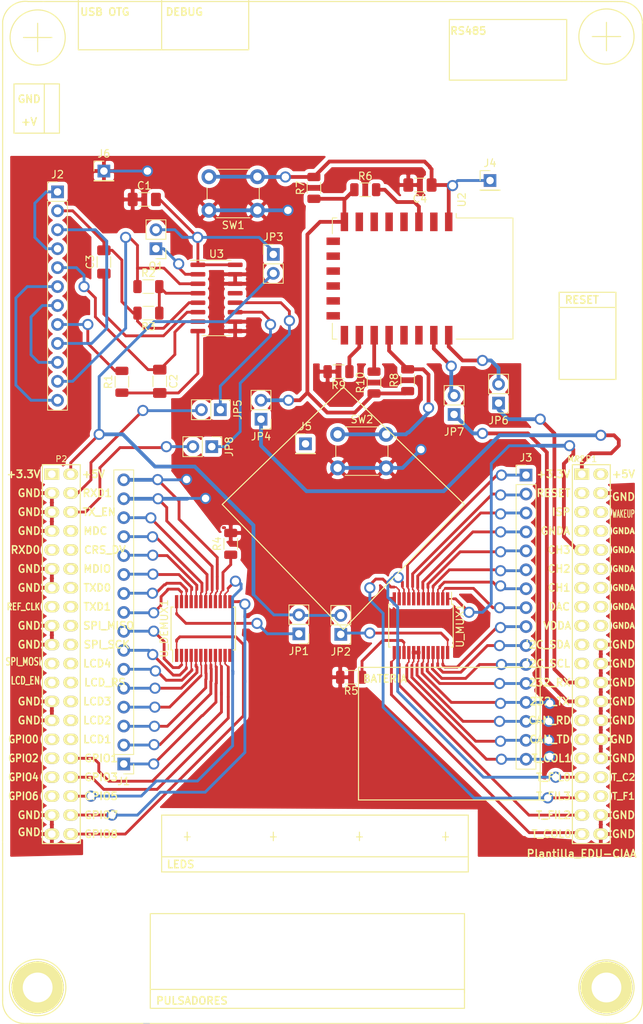
<source format=kicad_pcb>
(kicad_pcb (version 20171130) (host pcbnew "(5.1.9)-1")
  (title_block (title "Plataforma de salto para deportistas de alto rendimiento") (date 2021-03-19) (company FIUBA))
  (layers (0 F.Cu signal) (31 B.Cu signal) (34 B.Paste user) (35 F.Paste user) (36 B.SilkS user) (37 F.SilkS user) (38 B.Mask user) (39 F.Mask user) (44 Edge.Cuts user))
  (net 0 "")
  (net 1 GND)
  (net 2 +5V)
  (net 3 "Net-(XA1-Pad6)")
  (net 4 "Net-(XA1-Pad8)")
  (net 5 "Net-(XA1-Pad10)")
  (net 6 "Net-(XA1-Pad12)")
  (net 7 "Net-(XA1-Pad14)")
  (net 8 "Net-(XA1-Pad16)")
  (net 9 "Net-(XA1-Pad18)")
  (net 10 "Net-(XA1-Pad34)")
  (net 11 "Net-(XA1-Pad36)")
  (net 12 "Net-(XA1-Pad3)")
  (net 13 "Net-(XA1-Pad5)")
  (net 14 "Net-(XA1-Pad7)")
  (net 15 "Net-(XA1-Pad48)")
  (net 16 "Net-(XA1-Pad50)")
  (net 17 "Net-(XA1-Pad52)")
  (net 18 "Net-(XA1-Pad54)")
  (net 19 "Net-(XA1-Pad55)")
  (net 20 "Net-(XA1-Pad56)")
  (net 21 "Net-(XA1-Pad58)")
  (net 22 "Net-(XA1-Pad60)")
  (net 23 "Net-(XA1-Pad61)")
  (net 24 /Conector-EDU_CIAA/GPIO8)
  (net 25 "Net-(C2-Pad2)")
  (net 26 /HX711/A-)
  (net 27 "Net-(C3-Pad1)")
  (net 28 /HX711/E-)
  (net 29 /HX711/E+)
  (net 30 /HX711/A+)
  (net 31 "Net-(JP1-Pad1)")
  (net 32 "Net-(JP2-Pad1)")
  (net 33 "Net-(Q1-Pad1)")
  (net 34 "Net-(R2-Pad2)")
  (net 35 "Net-(R4-Pad1)")
  (net 36 "Net-(R5-Pad1)")
  (net 37 "Net-(U2-Pad2)")
  (net 38 "Net-(U2-Pad4)")
  (net 39 "Net-(U2-Pad5)")
  (net 40 "Net-(U2-Pad6)")
  (net 41 "Net-(U2-Pad7)")
  (net 42 "Net-(U2-Pad9)")
  (net 43 "Net-(U2-Pad10)")
  (net 44 "Net-(U2-Pad11)")
  (net 45 "Net-(U2-Pad12)")
  (net 46 "Net-(U2-Pad13)")
  (net 47 "Net-(U2-Pad14)")
  (net 48 "Net-(U2-Pad19)")
  (net 49 "Net-(U2-Pad20)")
  (net 50 /HX711/DT)
  (net 51 "Net-(U3-Pad13)")
  (net 52 +3V3)
  (net 53 /Conector-EDU_CIAA/CH2)
  (net 54 /Conector-EDU_CIAA/CH1)
  (net 55 /Conector-EDU_CIAA/DAC)
  (net 56 /Conector-EDU_CIAA/VDDA)
  (net 57 /Conector-EDU_CIAA/I2C_SDA)
  (net 58 /Conector-EDU_CIAA/I2C_SCL)
  (net 59 /Conector-EDU_CIAA/232_RX)
  (net 60 /Conector-EDU_CIAA/232_TX)
  (net 61 /Conector-EDU_CIAA/CH3)
  (net 62 /Conector-EDU_CIAA/RXD0)
  (net 63 "Net-(XA1-Pad62)")
  (net 64 /Conector-EDU_CIAA/LCD_EN)
  (net 65 "Net-(XA1-Pad64)")
  (net 66 "Net-(XA1-Pad66)")
  (net 67 "Net-(XA1-Pad68)")
  (net 68 /Conector-EDU_CIAA/GPIO0)
  (net 69 "Net-(XA1-Pad70)")
  (net 70 /Conector-EDU_CIAA/GPIO2)
  (net 71 /Conector-EDU_CIAA/GPIO1)
  (net 72 /Conector-EDU_CIAA/GPIO4)
  (net 73 /Conector-EDU_CIAA/GPIO3)
  (net 74 /Conector-EDU_CIAA/GPIO6)
  (net 75 /Conector-EDU_CIAA/GPIO5)
  (net 76 /Conector-EDU_CIAA/GPIO7)
  (net 77 "Net-(R6-Pad2)")
  (net 78 "Net-(J2-Pad1)")
  (net 79 "Net-(J2-Pad3)")
  (net 80 "Net-(J2-Pad12)")
  (net 81 "Net-(J2-Pad10)")
  (net 82 /NodeMCU/RST)
  (net 83 "Net-(R9-Pad1)")
  (net 84 "Net-(R10-Pad2)")
  (net 85 "Net-(J1-Pad1)")
  (net 86 "Net-(J1-Pad2)")
  (net 87 "Net-(J1-Pad3)")
  (net 88 "Net-(J1-Pad4)")
  (net 89 "Net-(J1-Pad5)")
  (net 90 "Net-(J1-Pad6)")
  (net 91 "Net-(J1-Pad7)")
  (net 92 "Net-(J1-Pad8)")
  (net 93 "Net-(J1-Pad9)")
  (net 94 "Net-(J1-Pad10)")
  (net 95 "Net-(J1-Pad11)")
  (net 96 "Net-(J1-Pad12)")
  (net 97 "Net-(J1-Pad13)")
  (net 98 "Net-(J1-Pad14)")
  (net 99 "Net-(J3-Pad12)")
  (net 100 "Net-(J3-Pad11)")
  (net 101 "Net-(J3-Pad10)")
  (net 102 "Net-(J3-Pad9)")
  (net 103 "Net-(J3-Pad8)")
  (net 104 "Net-(J3-Pad7)")
  (net 105 "Net-(J3-Pad6)")
  (net 106 "Net-(J3-Pad5)")
  (net 107 "Net-(J3-Pad4)")
  (net 108 "Net-(J3-Pad3)")
  (net 109 "Net-(J3-Pad2)")
  (net 110 "Net-(J3-Pad1)")
  (net 111 /Conector-EDU_CIAA/+5V_P1)
  (net 112 /Conector-EDU_CIAA/+3.3V_P2)
  (net 113 /Conector-EDU_CIAA/CAN_RD-GPIO33)
  (net 114 /Conector-EDU_CIAA/CAN_TD-GPIO32)
  (net 115 /Conector-EDU_CIAA/T_FIL3-GPIO28)
  (net 116 /Conector-EDU_CIAA/T_FIL2-GPIO27)
  (net 117 /Conector-EDU_CIAA/T_COL0-GPIO29)
  (net 118 /Conector-EDU_CIAA/T_FIL0-GPIO25)
  (net 119 /Conector-EDU_CIAA/T_COL1-GPIO30)
  (net 120 /Conector-EDU_CIAA/RXD1-GPIO21)
  (net 121 /NodeMCU/GPIO0-D3)
  (net 122 /NodeMCU/+3V3)
  (net 123 /NodeMCU/TX)
  (net 124 /NodeMCU/RX)
  (net 125 /HX711/VCC)
  (net 126 /HX711/SCK)
  (net 127 /Conector-EDU_CIAA/TX_EN-GPIO19)
  (module celda:Plantilla_EDU-CIAA (layer F.Cu) (at 133.858 97.282)
    (fp_text reference MP? (at -0.762 -2.032) (layer F.SilkS) (effects (font (size 0.8 0.8) (thickness 0.12))))
    (fp_text value Plantilla_EDU-CIAA (at -0.03 50.9) (layer F.SilkS) (effects (font (size 1.016 1.016) (thickness 0.2032))))
    (fp_text user PULSADORES (at -52.324 70.612) (layer F.SilkS) (effects (font (thickness 0.2))))
    (fp_text user LEDS (at -53.848 52.324) (layer F.SilkS) (effects (font (thickness 0.2))))
    (fp_text user BATERIA (at -26.416 27.432) (layer F.SilkS) (effects (font (thickness 0.2))))
    (fp_text user RESET (at 0 -23.368) (layer F.SilkS) (effects (font (thickness 0.2))))
    (fp_text user RS485 (at -15.24 -59.436) (layer F.SilkS) (effects (font (thickness 0.2))))
    (fp_text user "USB OTG" (at -64.008 -61.976) (layer F.SilkS) (effects (font (thickness 0.2))))
    (fp_text user DEBUG (at -53.34 -61.976) (layer F.SilkS) (effects (font (thickness 0.2))))
    (fp_text user +V (at -74.168 -47.244) (layer F.SilkS) (effects (font (thickness 0.2))))
    (fp_text user GND (at -74.168 -50.292) (layer F.SilkS) (effects (font (thickness 0.2))))
  )
  (module Button_Switch_THT:SW_PUSH_6mm (layer F.Cu) (at 90.32 61.904 180)
    (fp_text reference SW1 (at 3.25 -2) (layer F.SilkS))
    (fp_text value SW_Push)
    (pad 1 thru_hole circle (at 6.5 0 270) (size 2 2) (drill 1.1) (layers *.Cu *.Mask) (net 1 GND))
    (pad 2 thru_hole circle (at 6.5 4.5 270) (size 2 2) (drill 1.1) (layers *.Cu *.Mask) (net 82 /NodeMCU/RST))
    (pad 1 thru_hole circle (at 0 0 270) (size 2 2) (drill 1.1) (layers *.Cu *.Mask) (net 1 GND))
    (pad 2 thru_hole circle (at 0 4.5 270) (size 2 2) (drill 1.1) (layers *.Cu *.Mask) (net 82 /NodeMCU/RST))
  )
  (module celda:PonchoGrande_sinBorde_ConHuecos (layer F.Cu) (at 133.858 97.282)
    (fp_text reference XA1 (at -0.762 -2.032 180) (layer F.SilkS) (effects (font (size 0.8 0.8) (thickness 0.12))))
    (fp_text value Conn_Poncho2P_2x_20x2)
    (fp_text user GPIO8 (at -64.516 48.26) (layer F.SilkS) (effects (font (thickness 0.2))))
    (fp_text user GPIO7 (at -64.516 45.72) (layer F.SilkS) (effects (font (thickness 0.2))))
    (fp_text user GPIO5 (at -64.516 43.18) (layer F.SilkS) (effects (font (thickness 0.2))))
    (fp_text user GPIO3 (at -64.516 40.64) (layer F.SilkS) (effects (font (thickness 0.2))))
    (fp_text user GPIO1 (at -64.516 38.1) (layer F.SilkS) (effects (font (thickness 0.2))))
    (fp_text user LCD1 (at -65.024 35.56) (layer F.SilkS) (effects (font (thickness 0.2))))
    (fp_text user LCD2 (at -65.024 33.02) (layer F.SilkS) (effects (font (thickness 0.2))))
    (fp_text user LCD3 (at -65.024 30.48) (layer F.SilkS) (effects (font (thickness 0.2))))
    (fp_text user LCD_RS (at -64.008 27.94) (layer F.SilkS) (effects (font (thickness 0.2))))
    (fp_text user LCD4 (at -65.024 25.4) (layer F.SilkS) (effects (font (thickness 0.2))))
    (fp_text user SPI_SCK (at -63.754 22.86) (layer F.SilkS) (effects (font (thickness 0.2))))
    (fp_text user SPI_MISO (at -63.5 20.32) (layer F.SilkS) (effects (font (thickness 0.2))))
    (fp_text user TXD1 (at -65.024 17.78) (layer F.SilkS) (effects (font (thickness 0.2))))
    (fp_text user TXD0 (at -65.024 15.24) (layer F.SilkS) (effects (font (thickness 0.2))))
    (fp_text user MDIO (at -65.024 12.7) (layer F.SilkS) (effects (font (thickness 0.2))))
    (fp_text user CRS_DV (at -64.008 10.16) (layer F.SilkS) (effects (font (thickness 0.2))))
    (fp_text user MDC (at -65.278 7.62) (layer F.SilkS) (effects (font (thickness 0.2))))
    (fp_text user TX_EN (at -64.77 5.08) (layer F.SilkS) (effects (font (thickness 0.2))))
    (fp_text user RXD1 (at -65.024 2.54) (layer F.SilkS) (effects (font (thickness 0.2))))
    (fp_text user +5V (at -65.532 0) (layer F.SilkS) (effects (font (thickness 0.2))))
    (fp_text user GND (at -74.168 48.006) (layer F.SilkS) (effects (font (thickness 0.2))))
    (fp_text user GND (at -74.168 45.72) (layer F.SilkS) (effects (font (thickness 0.2))))
    (fp_text user GPIO6 (at -74.93 43.18) (layer F.SilkS) (effects (font (size 1 0.9) (thickness 0.2))))
    (fp_text user GPIO4 (at -74.93 40.64) (layer F.SilkS) (effects (font (size 1 0.9) (thickness 0.2))))
    (fp_text user GPIO2 (at -74.93 38.1) (layer F.SilkS) (effects (font (size 1 0.9) (thickness 0.2))))
    (fp_text user GPIO0 (at -74.93 35.56) (layer F.SilkS) (effects (font (size 1 0.9) (thickness 0.2))))
    (fp_text user GND (at -74.168 33.02) (layer F.SilkS) (effects (font (thickness 0.2))))
    (fp_text user GND (at -74.168 30.48) (layer F.SilkS) (effects (font (thickness 0.2))))
    (fp_text user LCD_EN (at -74.676 27.686) (layer F.SilkS) (effects (font (size 1 0.7) (thickness 0.17))))
    (fp_text user SPI_MOSI (at -74.93 25.146) (layer F.SilkS) (effects (font (size 1 0.7) (thickness 0.17))))
    (fp_text user GND (at -74.168 22.86) (layer F.SilkS) (effects (font (thickness 0.2))))
    (fp_text user GND (at -74.168 20.32) (layer F.SilkS) (effects (font (thickness 0.2))))
    (fp_text user REF_CLK (at -74.93 17.78) (layer F.SilkS) (effects (font (size 0.9 0.7) (thickness 0.175))))
    (fp_text user GND (at -74.168 15.24) (layer F.SilkS) (effects (font (thickness 0.2))))
    (fp_text user GND (at -74.168 12.7) (layer F.SilkS) (effects (font (thickness 0.2))))
    (fp_text user GND (at -74.168 7.62) (layer F.SilkS) (effects (font (thickness 0.2))))
    (fp_text user RXD0 (at -74.676 10.16) (layer F.SilkS) (effects (font (thickness 0.2))))
    (fp_text user GND (at -74.168 5.08) (layer F.SilkS) (effects (font (thickness 0.2))))
    (fp_text user GND (at -74.168 2.54) (layer F.SilkS) (effects (font (thickness 0.2))))
    (fp_text user +3.3V (at -74.93 0) (layer F.SilkS) (effects (font (thickness 0.2))))
    (fp_text user GND (at 5.588 48.26) (layer F.SilkS) (effects (font (thickness 0.2))))
    (fp_text user GND (at 5.588 45.72) (layer F.SilkS) (effects (font (thickness 0.2))))
    (fp_text user T_F1 (at 5.588 43.18) (layer F.SilkS) (effects (font (size 0.9 0.9) (thickness 0.18))))
    (fp_text user T_C2 (at 5.588 40.64) (layer F.SilkS) (effects (font (size 0.9 0.9) (thickness 0.18))))
    (fp_text user GND (at 5.588 38.1) (layer F.SilkS) (effects (font (thickness 0.2))))
    (fp_text user GND (at 5.334 35.56) (layer F.SilkS) (effects (font (thickness 0.2))))
    (fp_text user GND (at 5.588 33.02) (layer F.SilkS) (effects (font (thickness 0.2))))
    (fp_text user GND (at 5.588 30.48) (layer F.SilkS) (effects (font (thickness 0.2))))
    (fp_text user GND (at 5.588 27.94) (layer F.SilkS) (effects (font (thickness 0.2))))
    (fp_text user GND (at 5.588 25.4) (layer F.SilkS) (effects (font (thickness 0.2))))
    (fp_text user GND (at 5.588 22.86) (layer F.SilkS) (effects (font (thickness 0.2))))
    (fp_text user GNDA (at 5.588 20.32) (layer F.SilkS) (effects (font (size 0.76 0.76) (thickness 0.19))))
    (fp_text user GNDA (at 5.588 17.78) (layer F.SilkS) (effects (font (size 0.76 0.76) (thickness 0.19))))
    (fp_text user GNDA (at 5.588 15.24) (layer F.SilkS) (effects (font (size 0.76 0.76) (thickness 0.19))))
    (fp_text user GNDA (at 5.588 12.7) (layer F.SilkS) (effects (font (size 0.76 0.76) (thickness 0.19))))
    (fp_text user GNDA (at 5.588 10.16) (layer F.SilkS) (effects (font (size 0.76 0.76) (thickness 0.19))))
    (fp_text user GNDA (at 5.588 7.62) (layer F.SilkS) (effects (font (size 0.76 0.76) (thickness 0.19))))
    (fp_text user WAKEUP (at 5.588 5.334) (layer F.SilkS) (effects (font (size 1 0.5) (thickness 0.125))))
    (fp_text user GND (at 5.588 3.048) (layer F.SilkS) (effects (font (thickness 0.2))))
    (fp_text user +5V (at 5.588 0) (layer F.SilkS) (effects (font (thickness 0.2))))
    (fp_text user T_COL0 (at -4.064 48.26) (layer F.SilkS) (effects (font (thickness 0.2))))
    (fp_text user T_FIL2 (at -3.81 45.72) (layer F.SilkS) (effects (font (thickness 0.2))))
    (fp_text user T_FIL3 (at -3.81 43.18) (layer F.SilkS) (effects (font (thickness 0.2))))
    (fp_text user T_FIL0 (at -3.81 40.64) (layer F.SilkS) (effects (font (thickness 0.2))))
    (fp_text user T_COL1 (at -4.064 38.1) (layer F.SilkS) (effects (font (thickness 0.2))))
    (fp_text user CAN_TD (at -4.318 35.56) (layer F.SilkS) (effects (font (thickness 0.2))))
    (fp_text user CAN_RD (at -4.318 33.02) (layer F.SilkS) (effects (font (thickness 0.2))))
    (fp_text user 232_TX (at -4.318 30.48) (layer F.SilkS) (effects (font (thickness 0.2))))
    (fp_text user 232_RX (at -4.318 27.94) (layer F.SilkS) (effects (font (thickness 0.2))))
    (fp_text user I2C_SCL (at -4.572 25.4) (layer F.SilkS) (effects (font (thickness 0.2))))
    (fp_text user I2C_SDA (at -4.572 22.86) (layer F.SilkS) (effects (font (thickness 0.2))))
    (fp_text user VDDA (at -3.302 20.32) (layer F.SilkS) (effects (font (thickness 0.2))))
    (fp_text user DAC (at -3.048 17.78) (layer F.SilkS) (effects (font (thickness 0.2))))
    (fp_text user CH1 (at -3.048 15.24) (layer F.SilkS) (effects (font (thickness 0.2))))
    (fp_text user CH2 (at -3.048 12.7) (layer F.SilkS) (effects (font (thickness 0.2))))
    (fp_text user CH3 (at -3.048 10.16) (layer F.SilkS) (effects (font (thickness 0.2))))
    (fp_text user GNDA (at -3.556 7.62) (layer F.SilkS) (effects (font (thickness 0.2))))
    (fp_text user ISP (at -2.794 5.08) (layer F.SilkS) (effects (font (thickness 0.2))))
    (fp_text user RESET (at -3.81 2.54) (layer F.SilkS) (effects (font (thickness 0.2))))
    (fp_text user P2 (at -69.85 -2.032) (layer F.SilkS) (effects (font (size 0.8 0.8) (thickness 0.12))))
    (fp_text user P1 (at 1.27 -2.032) (layer F.SilkS) (effects (font (size 0.8 0.8) (thickness 0.12))))
    (fp_text user +3.3V (at -3.81 0) (layer F.SilkS) (effects (font (thickness 0.2))))
    (pad 1 thru_hole rect (at 0 0 270) (size 1.524 2) (drill 1.016) (layers *.Cu *.Mask F.SilkS) (net 52 +3V3))
    (pad 2 thru_hole oval (at 2.54 0 270) (size 1.524 2) (drill 1.016) (layers *.Cu *.Mask F.SilkS) (net 111 /Conector-EDU_CIAA/+5V_P1))
    (pad 11 thru_hole oval (at 0 12.7 270) (size 1.524 2) (drill 1.016) (layers *.Cu *.Mask F.SilkS) (net 53 /Conector-EDU_CIAA/CH2))
    (pad 4 thru_hole oval (at 2.54 2.54 270) (size 1.524 2) (drill 1.016) (layers *.Cu *.Mask F.SilkS) (net 1 GND))
    (pad 13 thru_hole oval (at 0 15.24 270) (size 1.524 2) (drill 1.016) (layers *.Cu *.Mask F.SilkS) (net 54 /Conector-EDU_CIAA/CH1))
    (pad 6 thru_hole oval (at 2.54 5.08 270) (size 1.524 2) (drill 1.016) (layers *.Cu *.Mask F.SilkS) (net 3 "Net-(XA1-Pad6)"))
    (pad 15 thru_hole oval (at 0 17.78 270) (size 1.524 2) (drill 1.016) (layers *.Cu *.Mask F.SilkS) (net 55 /Conector-EDU_CIAA/DAC))
    (pad 8 thru_hole oval (at 2.54 7.62 270) (size 1.524 2) (drill 1.016) (layers *.Cu *.Mask F.SilkS) (net 4 "Net-(XA1-Pad8)"))
    (pad 17 thru_hole oval (at 0 20.32 270) (size 1.524 2) (drill 1.016) (layers *.Cu *.Mask F.SilkS) (net 56 /Conector-EDU_CIAA/VDDA))
    (pad 10 thru_hole oval (at 2.54 10.16 270) (size 1.524 2) (drill 1.016) (layers *.Cu *.Mask F.SilkS) (net 5 "Net-(XA1-Pad10)"))
    (pad 19 thru_hole oval (at 0 22.86 270) (size 1.524 2) (drill 1.016) (layers *.Cu *.Mask F.SilkS) (net 57 /Conector-EDU_CIAA/I2C_SDA))
    (pad 12 thru_hole oval (at 2.54 12.7 270) (size 1.524 2) (drill 1.016) (layers *.Cu *.Mask F.SilkS) (net 6 "Net-(XA1-Pad12)"))
    (pad 21 thru_hole oval (at 0 25.4 270) (size 1.524 2) (drill 1.016) (layers *.Cu *.Mask F.SilkS) (net 58 /Conector-EDU_CIAA/I2C_SCL))
    (pad 14 thru_hole oval (at 2.54 15.24 270) (size 1.524 2) (drill 1.016) (layers *.Cu *.Mask F.SilkS) (net 7 "Net-(XA1-Pad14)"))
    (pad 23 thru_hole oval (at 0 27.94 270) (size 1.524 2) (drill 1.016) (layers *.Cu *.Mask F.SilkS) (net 59 /Conector-EDU_CIAA/232_RX))
    (pad 16 thru_hole oval (at 2.54 17.78 270) (size 1.524 2) (drill 1.016) (layers *.Cu *.Mask F.SilkS) (net 8 "Net-(XA1-Pad16)"))
    (pad 25 thru_hole oval (at 0 30.48 270) (size 1.524 2) (drill 1.016) (layers *.Cu *.Mask F.SilkS) (net 60 /Conector-EDU_CIAA/232_TX))
    (pad 18 thru_hole oval (at 2.54 20.32 270) (size 1.524 2) (drill 1.016) (layers *.Cu *.Mask F.SilkS) (net 9 "Net-(XA1-Pad18)"))
    (pad 27 thru_hole oval (at 0 33.02 270) (size 1.524 2) (drill 1.016) (layers *.Cu *.Mask F.SilkS) (net 113 /Conector-EDU_CIAA/CAN_RD-GPIO33))
    (pad 20 thru_hole oval (at 2.54 22.86 270) (size 1.524 2) (drill 1.016) (layers *.Cu *.Mask F.SilkS) (net 1 GND))
    (pad 29 thru_hole oval (at 0 35.56 270) (size 1.524 2) (drill 1.016) (layers *.Cu *.Mask F.SilkS) (net 114 /Conector-EDU_CIAA/CAN_TD-GPIO32))
    (pad 22 thru_hole oval (at 2.54 25.4 270) (size 1.524 2) (drill 1.016) (layers *.Cu *.Mask F.SilkS) (net 1 GND))
    (pad 31 thru_hole oval (at 0 38.1 270) (size 1.524 2) (drill 1.016) (layers *.Cu *.Mask F.SilkS) (net 119 /Conector-EDU_CIAA/T_COL1-GPIO30))
    (pad 24 thru_hole oval (at 2.54 27.94 270) (size 1.524 2) (drill 1.016) (layers *.Cu *.Mask F.SilkS) (net 1 GND))
    (pad 26 thru_hole oval (at 2.54 30.48 270) (size 1.524 2) (drill 1.016) (layers *.Cu *.Mask F.SilkS) (net 1 GND))
    (pad 33 thru_hole oval (at 0 40.64 270) (size 1.524 2) (drill 1.016) (layers *.Cu *.Mask F.SilkS) (net 118 /Conector-EDU_CIAA/T_FIL0-GPIO25))
    (pad 28 thru_hole oval (at 2.54 33.02 270) (size 1.524 2) (drill 1.016) (layers *.Cu *.Mask F.SilkS) (net 1 GND))
    (pad 32 thru_hole oval (at 2.54 38.1 270) (size 1.524 2) (drill 1.016) (layers *.Cu *.Mask F.SilkS) (net 1 GND))
    (pad 34 thru_hole oval (at 2.54 40.64 270) (size 1.524 2) (drill 1.016) (layers *.Cu *.Mask F.SilkS) (net 10 "Net-(XA1-Pad34)"))
    (pad 36 thru_hole oval (at 2.54 43.18 270) (size 1.524 2) (drill 1.016) (layers *.Cu *.Mask F.SilkS) (net 11 "Net-(XA1-Pad36)"))
    (pad 38 thru_hole oval (at 2.54 45.72 270) (size 1.524 2) (drill 1.016) (layers *.Cu *.Mask F.SilkS) (net 1 GND))
    (pad 35 thru_hole oval (at 0 43.18 270) (size 1.524 2) (drill 1.016) (layers *.Cu *.Mask F.SilkS) (net 115 /Conector-EDU_CIAA/T_FIL3-GPIO28))
    (pad 37 thru_hole oval (at 0 45.72 270) (size 1.524 2) (drill 1.016) (layers *.Cu *.Mask F.SilkS) (net 116 /Conector-EDU_CIAA/T_FIL2-GPIO27))
    (pad 3 thru_hole oval (at 0 2.54 270) (size 1.524 2) (drill 1.016) (layers *.Cu *.Mask F.SilkS) (net 12 "Net-(XA1-Pad3)"))
    (pad 5 thru_hole oval (at 0 5.08 270) (size 1.524 2) (drill 1.016) (layers *.Cu *.Mask F.SilkS) (net 13 "Net-(XA1-Pad5)"))
    (pad 7 thru_hole oval (at 0 7.62 270) (size 1.524 2) (drill 1.016) (layers *.Cu *.Mask F.SilkS) (net 14 "Net-(XA1-Pad7)"))
    (pad 9 thru_hole oval (at 0 10.16 270) (size 1.524 2) (drill 1.016) (layers *.Cu *.Mask F.SilkS) (net 61 /Conector-EDU_CIAA/CH3))
    (pad 39 thru_hole oval (at 0 48.26 270) (size 1.524 2) (drill 1.016) (layers *.Cu *.Mask F.SilkS) (net 117 /Conector-EDU_CIAA/T_COL0-GPIO29))
    (pad 40 thru_hole oval (at 2.54 48.26 270) (size 1.524 2) (drill 1.016) (layers *.Cu *.Mask F.SilkS) (net 1 GND))
    (pad 30 thru_hole oval (at 2.54 35.56 270) (size 1.524 2) (drill 1.016) (layers *.Cu *.Mask F.SilkS) (net 1 GND))
    (pad 41 thru_hole rect (at -71.12 0 270) (size 1.524 2) (drill 1.016) (layers *.Cu *.Mask F.SilkS) (net 112 /Conector-EDU_CIAA/+3.3V_P2))
    (pad 42 thru_hole oval (at -68.58 0 270) (size 1.524 2) (drill 1.016) (layers *.Cu *.Mask F.SilkS) (net 2 +5V))
    (pad 43 thru_hole oval (at -71.12 2.54 270) (size 1.524 2) (drill 1.016) (layers *.Cu *.Mask F.SilkS) (net 1 GND))
    (pad 44 thru_hole oval (at -68.58 2.54 270) (size 1.524 2) (drill 1.016) (layers *.Cu *.Mask F.SilkS) (net 120 /Conector-EDU_CIAA/RXD1-GPIO21))
    (pad 45 thru_hole oval (at -71.12 5.08 270) (size 1.524 2) (drill 1.016) (layers *.Cu *.Mask F.SilkS) (net 1 GND))
    (pad 46 thru_hole oval (at -68.58 5.08 270) (size 1.524 2) (drill 1.016) (layers *.Cu *.Mask F.SilkS) (net 127 /Conector-EDU_CIAA/TX_EN-GPIO19))
    (pad 47 thru_hole oval (at -71.12 7.62 270) (size 1.524 2) (drill 1.016) (layers *.Cu *.Mask F.SilkS) (net 1 GND))
    (pad 48 thru_hole oval (at -68.58 7.62 270) (size 1.524 2) (drill 1.016) (layers *.Cu *.Mask F.SilkS) (net 15 "Net-(XA1-Pad48)"))
    (pad 49 thru_hole oval (at -71.12 10.16 270) (size 1.524 2) (drill 1.016) (layers *.Cu *.Mask F.SilkS) (net 62 /Conector-EDU_CIAA/RXD0))
    (pad 50 thru_hole oval (at -68.58 10.16 270) (size 1.524 2) (drill 1.016) (layers *.Cu *.Mask F.SilkS) (net 16 "Net-(XA1-Pad50)"))
    (pad 51 thru_hole oval (at -71.12 12.7 270) (size 1.524 2) (drill 1.016) (layers *.Cu *.Mask F.SilkS) (net 1 GND))
    (pad 52 thru_hole oval (at -68.58 12.7 270) (size 1.524 2) (drill 1.016) (layers *.Cu *.Mask F.SilkS) (net 17 "Net-(XA1-Pad52)"))
    (pad 53 thru_hole oval (at -71.12 15.24 270) (size 1.524 2) (drill 1.016) (layers *.Cu *.Mask F.SilkS) (net 1 GND))
    (pad 54 thru_hole oval (at -68.58 15.24 270) (size 1.524 2) (drill 1.016) (layers *.Cu *.Mask F.SilkS) (net 18 "Net-(XA1-Pad54)"))
    (pad 55 thru_hole oval (at -71.12 17.78 270) (size 1.524 2) (drill 1.016) (layers *.Cu *.Mask F.SilkS) (net 19 "Net-(XA1-Pad55)"))
    (pad 56 thru_hole oval (at -68.58 17.78 270) (size 1.524 2) (drill 1.016) (layers *.Cu *.Mask F.SilkS) (net 20 "Net-(XA1-Pad56)"))
    (pad 57 thru_hole oval (at -71.12 20.32 270) (size 1.524 2) (drill 1.016) (layers *.Cu *.Mask F.SilkS) (net 1 GND))
    (pad 58 thru_hole oval (at -68.58 20.32 270) (size 1.524 2) (drill 1.016) (layers *.Cu *.Mask F.SilkS) (net 21 "Net-(XA1-Pad58)"))
    (pad 59 thru_hole oval (at -71.12 22.86 270) (size 1.524 2) (drill 1.016) (layers *.Cu *.Mask F.SilkS) (net 1 GND))
    (pad 60 thru_hole oval (at -68.58 22.86 270) (size 1.524 2) (drill 1.016) (layers *.Cu *.Mask F.SilkS) (net 22 "Net-(XA1-Pad60)"))
    (pad 61 thru_hole oval (at -71.12 25.4 270) (size 1.524 2) (drill 1.016) (layers *.Cu *.Mask F.SilkS) (net 23 "Net-(XA1-Pad61)"))
    (pad 62 thru_hole oval (at -68.58 25.4 270) (size 1.524 2) (drill 1.016) (layers *.Cu *.Mask F.SilkS) (net 63 "Net-(XA1-Pad62)"))
    (pad 63 thru_hole oval (at -71.12 27.94 270) (size 1.524 2) (drill 1.016) (layers *.Cu *.Mask F.SilkS) (net 64 /Conector-EDU_CIAA/LCD_EN))
    (pad 64 thru_hole oval (at -68.58 27.94 270) (size 1.524 2) (drill 1.016) (layers *.Cu *.Mask F.SilkS) (net 65 "Net-(XA1-Pad64)"))
    (pad 65 thru_hole oval (at -71.12 30.48 270) (size 1.524 2) (drill 1.016) (layers *.Cu *.Mask F.SilkS) (net 1 GND))
    (pad 66 thru_hole oval (at -68.58 30.48 270) (size 1.524 2) (drill 1.016) (layers *.Cu *.Mask F.SilkS) (net 66 "Net-(XA1-Pad66)"))
    (pad 67 thru_hole oval (at -71.12 33.02 270) (size 1.524 2) (drill 1.016) (layers *.Cu *.Mask F.SilkS) (net 1 GND))
    (pad 68 thru_hole oval (at -68.58 33.02 270) (size 1.524 2) (drill 1.016) (layers *.Cu *.Mask F.SilkS) (net 67 "Net-(XA1-Pad68)"))
    (pad 69 thru_hole oval (at -71.12 35.56 270) (size 1.524 2) (drill 1.016) (layers *.Cu *.Mask F.SilkS) (net 68 /Conector-EDU_CIAA/GPIO0))
    (pad 70 thru_hole oval (at -68.58 35.56 270) (size 1.524 2) (drill 1.016) (layers *.Cu *.Mask F.SilkS) (net 69 "Net-(XA1-Pad70)"))
    (pad 71 thru_hole oval (at -71.12 38.1 270) (size 1.524 2) (drill 1.016) (layers *.Cu *.Mask F.SilkS) (net 70 /Conector-EDU_CIAA/GPIO2))
    (pad 72 thru_hole oval (at -68.58 38.1 270) (size 1.524 2) (drill 1.016) (layers *.Cu *.Mask F.SilkS) (net 71 /Conector-EDU_CIAA/GPIO1))
    (pad 73 thru_hole oval (at -71.12 40.64 270) (size 1.524 2) (drill 1.016) (layers *.Cu *.Mask F.SilkS) (net 72 /Conector-EDU_CIAA/GPIO4))
    (pad 74 thru_hole oval (at -68.58 40.64 270) (size 1.524 2) (drill 1.016) (layers *.Cu *.Mask F.SilkS) (net 73 /Conector-EDU_CIAA/GPIO3))
    (pad 75 thru_hole oval (at -71.12 43.18 270) (size 1.524 2) (drill 1.016) (layers *.Cu *.Mask F.SilkS) (net 74 /Conector-EDU_CIAA/GPIO6))
    (pad 76 thru_hole oval (at -68.58 43.18 270) (size 1.524 2) (drill 1.016) (layers *.Cu *.Mask F.SilkS) (net 75 /Conector-EDU_CIAA/GPIO5))
    (pad 77 thru_hole oval (at -71.12 45.72 270) (size 1.524 2) (drill 1.016) (layers *.Cu *.Mask F.SilkS) (net 1 GND))
    (pad 78 thru_hole oval (at -68.58 45.72 270) (size 1.524 2) (drill 1.016) (layers *.Cu *.Mask F.SilkS) (net 76 /Conector-EDU_CIAA/GPIO7))
    (pad 79 thru_hole oval (at -71.12 48.26 270) (size 1.524 2) (drill 1.016) (layers *.Cu *.Mask F.SilkS) (net 1 GND))
    (pad 80 thru_hole oval (at -68.58 48.26 270) (size 1.524 2) (drill 1.016) (layers *.Cu *.Mask F.SilkS) (net 24 /Conector-EDU_CIAA/GPIO8))
    (pad ~ thru_hole circle (at -73.025 68.834) (size 7 7) (drill 4) (layers *.Cu *.Mask F.SilkS))
    (pad ~ thru_hole circle (at 3.302 68.834) (size 7 7) (drill 4) (layers *.Cu *.Mask F.SilkS))
  )
  (module Connector_PinHeader_2.54mm:PinHeader_1x02_P2.54mm_Vertical (layer F.Cu) (at 95.885 118.6942 180)
    (fp_text reference JP1 (at 0 -2.33) (layer F.SilkS))
    (fp_text value Jumper)
    (pad 2 thru_hole oval (at 0 2.54 180) (size 1.7 1.7) (drill 1) (layers *.Cu *.Mask) (net 2 +5V))
    (pad 1 thru_hole rect (at 0 0 180) (size 1.7 1.7) (drill 1) (layers *.Cu *.Mask) (net 31 "Net-(JP1-Pad1)"))
  )
  (module Connector_PinHeader_2.54mm:PinHeader_1x02_P2.54mm_Vertical (layer F.Cu) (at 101.5111 118.76786 180)
    (fp_text reference JP2 (at 0 -2.33) (layer F.SilkS))
    (fp_text value Jumper)
    (pad 1 thru_hole rect (at 0 0 180) (size 1.7 1.7) (drill 1) (layers *.Cu *.Mask) (net 32 "Net-(JP2-Pad1)"))
    (pad 2 thru_hole oval (at 0 2.54 180) (size 1.7 1.7) (drill 1) (layers *.Cu *.Mask) (net 2 +5V))
  )
  (module Resistor_SMD:R_1206_3216Metric (layer F.Cu) (at 72.136 84.8975 90)
    (fp_text reference R1 (at 0 -1.82 90) (layer F.SilkS))
    (fp_text value 1.2k)
    (pad 1 smd roundrect (at -1.4625 0 90) (size 1.125 1.75) (layers F.Cu F.Paste F.Mask) (roundrect_rratio 0.222222) (net 25 "Net-(C2-Pad2)"))
    (pad 2 smd roundrect (at 1.4625 0 90) (size 1.125 1.75) (layers F.Cu F.Paste F.Mask) (roundrect_rratio 0.222222) (net 30 /HX711/A+))
  )
  (module Resistor_SMD:R_1206_3216Metric (layer F.Cu) (at 75.692 72.136)
    (fp_text reference R2 (at 0 -1.82) (layer F.SilkS))
    (fp_text value 20k)
    (pad 2 smd roundrect (at 1.4625 0) (size 1.125 1.75) (layers F.Cu F.Paste F.Mask) (roundrect_rratio 0.222222) (net 34 "Net-(R2-Pad2)"))
    (pad 1 smd roundrect (at -1.4625 0) (size 1.125 1.75) (layers F.Cu F.Paste F.Mask) (roundrect_rratio 0.222222) (net 29 /HX711/E+))
  )
  (module Resistor_SMD:R_1206_3216Metric (layer F.Cu) (at 75.692 75.692 180)
    (fp_text reference R3 (at 0 -1.82) (layer F.SilkS))
    (fp_text value 8.2k)
    (pad 1 smd roundrect (at -1.4625 0 180) (size 1.125 1.75) (layers F.Cu F.Paste F.Mask) (roundrect_rratio 0.222222) (net 34 "Net-(R2-Pad2)"))
    (pad 2 smd roundrect (at 1.4625 0 180) (size 1.125 1.75) (layers F.Cu F.Paste F.Mask) (roundrect_rratio 0.222222) (net 28 /HX711/E-))
  )
  (module Resistor_SMD:R_1206_3216Metric (layer F.Cu) (at 86.741 106.6292 90)
    (fp_text reference R4 (at 0 -1.82 90) (layer F.SilkS))
    (fp_text value 10k)
    (pad 1 smd roundrect (at -1.4625 0 90) (size 1.125 1.75) (layers F.Cu F.Paste F.Mask) (roundrect_rratio 0.222222) (net 35 "Net-(R4-Pad1)"))
    (pad 2 smd roundrect (at 1.4625 0 90) (size 1.125 1.75) (layers F.Cu F.Paste F.Mask) (roundrect_rratio 0.222222) (net 1 GND))
  )
  (module Resistor_SMD:R_1206_3216Metric (layer F.Cu) (at 102.89794 124.51588 180)
    (fp_text reference R5 (at 0 -1.82) (layer F.SilkS))
    (fp_text value 10k)
    (pad 2 smd roundrect (at 1.4625 0 180) (size 1.125 1.75) (layers F.Cu F.Paste F.Mask) (roundrect_rratio 0.222222) (net 1 GND))
    (pad 1 smd roundrect (at -1.4625 0 180) (size 1.125 1.75) (layers F.Cu F.Paste F.Mask) (roundrect_rratio 0.222222) (net 36 "Net-(R5-Pad1)"))
  )
  (module RF_Module:ESP-12E (layer F.Cu) (at 112.49406 71.05396 270)
    (fp_text reference U2 (at -10.56 -5.26 90) (layer F.SilkS))
    (fp_text value ESP-12E)
    (pad 1 smd rect (at -7.6 -3.5 270) (size 2.5 1) (layers F.Cu F.Paste F.Mask) (net 82 /NodeMCU/RST))
    (pad 2 smd rect (at -7.6 -1.5 270) (size 2.5 1) (layers F.Cu F.Paste F.Mask) (net 37 "Net-(U2-Pad2)"))
    (pad 3 smd rect (at -7.6 0.5 270) (size 2.5 1) (layers F.Cu F.Paste F.Mask) (net 77 "Net-(R6-Pad2)"))
    (pad 4 smd rect (at -7.6 2.5 270) (size 2.5 1) (layers F.Cu F.Paste F.Mask) (net 38 "Net-(U2-Pad4)"))
    (pad 5 smd rect (at -7.6 4.5 270) (size 2.5 1) (layers F.Cu F.Paste F.Mask) (net 39 "Net-(U2-Pad5)"))
    (pad 6 smd rect (at -7.6 6.5 270) (size 2.5 1) (layers F.Cu F.Paste F.Mask) (net 40 "Net-(U2-Pad6)"))
    (pad 7 smd rect (at -7.6 8.5 270) (size 2.5 1) (layers F.Cu F.Paste F.Mask) (net 41 "Net-(U2-Pad7)"))
    (pad 8 smd rect (at -7.6 10.5 270) (size 2.5 1) (layers F.Cu F.Paste F.Mask) (net 122 /NodeMCU/+3V3))
    (pad 9 smd rect (at -5 12 270) (size 1 1.8) (layers F.Cu F.Paste F.Mask) (net 42 "Net-(U2-Pad9)"))
    (pad 10 smd rect (at -3 12 270) (size 1 1.8) (layers F.Cu F.Paste F.Mask) (net 43 "Net-(U2-Pad10)"))
    (pad 11 smd rect (at -1 12 270) (size 1 1.8) (layers F.Cu F.Paste F.Mask) (net 44 "Net-(U2-Pad11)"))
    (pad 12 smd rect (at 1 12 270) (size 1 1.8) (layers F.Cu F.Paste F.Mask) (net 45 "Net-(U2-Pad12)"))
    (pad 13 smd rect (at 3 12 270) (size 1 1.8) (layers F.Cu F.Paste F.Mask) (net 46 "Net-(U2-Pad13)"))
    (pad 14 smd rect (at 5 12 270) (size 1 1.8) (layers F.Cu F.Paste F.Mask) (net 47 "Net-(U2-Pad14)"))
    (pad 15 smd rect (at 7.6 10.5 270) (size 2.5 1) (layers F.Cu F.Paste F.Mask) (net 1 GND))
    (pad 16 smd rect (at 7.6 8.5 270) (size 2.5 1) (layers F.Cu F.Paste F.Mask) (net 83 "Net-(R9-Pad1)"))
    (pad 17 smd rect (at 7.6 6.5 270) (size 2.5 1) (layers F.Cu F.Paste F.Mask) (net 84 "Net-(R10-Pad2)"))
    (pad 18 smd rect (at 7.6 4.5 270) (size 2.5 1) (layers F.Cu F.Paste F.Mask) (net 121 /NodeMCU/GPIO0-D3))
    (pad 19 smd rect (at 7.6 2.5 270) (size 2.5 1) (layers F.Cu F.Paste F.Mask) (net 48 "Net-(U2-Pad19)"))
    (pad 20 smd rect (at 7.6 0.5 270) (size 2.5 1) (layers F.Cu F.Paste F.Mask) (net 49 "Net-(U2-Pad20)"))
    (pad 21 smd rect (at 7.6 -1.5 270) (size 2.5 1) (layers F.Cu F.Paste F.Mask) (net 124 /NodeMCU/RX))
    (pad 22 smd rect (at 7.6 -3.5 270) (size 2.5 1) (layers F.Cu F.Paste F.Mask) (net 123 /NodeMCU/TX))
  )
  (module Package_SO:SOP-16_3.9x9.9mm_P1.27mm (layer F.Cu) (at 84.836 73.66)
    (fp_text reference U3 (at 0 -5.9) (layer F.SilkS))
    (fp_text value HX711)
    (pad 1 smd roundrect (at -2.5 -4.445) (size 2 0.6) (layers F.Cu F.Paste F.Mask) (net 125 /HX711/VCC))
    (pad 2 smd roundrect (at -2.5 -3.175) (size 2 0.6) (layers F.Cu F.Paste F.Mask) (net 33 "Net-(Q1-Pad1)"))
    (pad 3 smd roundrect (at -2.5 -1.905) (size 2 0.6) (layers F.Cu F.Paste F.Mask) (net 29 /HX711/E+))
    (pad 4 smd roundrect (at -2.5 -0.635) (size 2 0.6) (layers F.Cu F.Paste F.Mask) (net 34 "Net-(R2-Pad2)"))
    (pad 5 smd roundrect (at -2.5 0.635) (size 2 0.6) (layers F.Cu F.Paste F.Mask) (net 28 /HX711/E-))
    (pad 6 smd roundrect (at -2.5 1.905) (size 2 0.6) (layers F.Cu F.Paste F.Mask) (net 27 "Net-(C3-Pad1)"))
    (pad 7 smd roundrect (at -2.5 3.175) (size 2 0.6) (layers F.Cu F.Paste F.Mask) (net 26 /HX711/A-))
    (pad 8 smd roundrect (at -2.5 4.445) (size 2 0.6) (layers F.Cu F.Paste F.Mask) (net 25 "Net-(C2-Pad2)"))
    (pad 9 smd roundrect (at 2.5 4.445) (size 2 0.6) (layers F.Cu F.Paste F.Mask) (net 1 GND))
    (pad 10 smd roundrect (at 2.5 3.175) (size 2 0.6) (layers F.Cu F.Paste F.Mask) (net 1 GND))
    (pad 11 smd roundrect (at 2.5 1.905) (size 2 0.6) (layers F.Cu F.Paste F.Mask) (net 126 /HX711/SCK))
    (pad 12 smd roundrect (at 2.5 0.635) (size 2 0.6) (layers F.Cu F.Paste F.Mask) (net 50 /HX711/DT))
    (pad 13 smd roundrect (at 2.5 -0.635) (size 2 0.6) (layers F.Cu F.Paste F.Mask) (net 51 "Net-(U3-Pad13)"))
    (pad 14 smd roundrect (at 2.5 -1.905) (size 2 0.6) (layers F.Cu F.Paste F.Mask) (net 1 GND))
    (pad 15 smd roundrect (at 2.5 -3.175) (size 2 0.6) (layers F.Cu F.Paste F.Mask) (net 1 GND))
    (pad 16 smd roundrect (at 2.5 -4.445) (size 2 0.6) (layers F.Cu F.Paste F.Mask) (net 125 /HX711/VCC))
  )
  (module Connector_PinHeader_2.54mm:PinHeader_1x12_P2.54mm_Vertical (layer F.Cu) (at 63.5 59.436)
    (fp_text reference J2 (at 0 -2.33) (layer F.SilkS))
    (fp_text value Conn_01x12_Female)
    (pad 1 thru_hole rect (at 0 0) (size 1.7 1.7) (drill 1) (layers *.Cu *.Mask) (net 78 "Net-(J2-Pad1)"))
    (pad 2 thru_hole oval (at 0 2.54) (size 1.7 1.7) (drill 1) (layers *.Cu *.Mask) (net 28 /HX711/E-))
    (pad 3 thru_hole oval (at 0 5.08) (size 1.7 1.7) (drill 1) (layers *.Cu *.Mask) (net 79 "Net-(J2-Pad3)"))
    (pad 4 thru_hole oval (at 0 7.62) (size 1.7 1.7) (drill 1) (layers *.Cu *.Mask) (net 78 "Net-(J2-Pad1)"))
    (pad 5 thru_hole oval (at 0 10.16) (size 1.7 1.7) (drill 1) (layers *.Cu *.Mask) (net 26 /HX711/A-))
    (pad 6 thru_hole oval (at 0 12.7) (size 1.7 1.7) (drill 1) (layers *.Cu *.Mask) (net 80 "Net-(J2-Pad12)"))
    (pad 7 thru_hole oval (at 0 15.24) (size 1.7 1.7) (drill 1) (layers *.Cu *.Mask) (net 81 "Net-(J2-Pad10)"))
    (pad 8 thru_hole oval (at 0 17.78) (size 1.7 1.7) (drill 1) (layers *.Cu *.Mask) (net 30 /HX711/A+))
    (pad 9 thru_hole oval (at 0 20.32) (size 1.7 1.7) (drill 1) (layers *.Cu *.Mask) (net 79 "Net-(J2-Pad3)"))
    (pad 10 thru_hole oval (at 0 22.86) (size 1.7 1.7) (drill 1) (layers *.Cu *.Mask) (net 81 "Net-(J2-Pad10)"))
    (pad 11 thru_hole oval (at 0 25.4) (size 1.7 1.7) (drill 1) (layers *.Cu *.Mask) (net 29 /HX711/E+))
    (pad 12 thru_hole oval (at 0 27.94) (size 1.7 1.7) (drill 1) (layers *.Cu *.Mask) (net 80 "Net-(J2-Pad12)"))
  )
  (module Resistor_SMD:R_1206_3216Metric (layer F.Cu) (at 104.79278 59.14644)
    (fp_text reference R6 (at 0 -1.82) (layer F.SilkS))
    (fp_text value 10k)
    (pad 2 smd roundrect (at 1.4625 0) (size 1.125 1.75) (layers F.Cu F.Paste F.Mask) (roundrect_rratio 0.222222) (net 77 "Net-(R6-Pad2)"))
    (pad 1 smd roundrect (at -1.4625 0) (size 1.125 1.75) (layers F.Cu F.Paste F.Mask) (roundrect_rratio 0.222222) (net 122 /NodeMCU/+3V3))
  )
  (module Resistor_SMD:R_1206_3216Metric (layer F.Cu) (at 97.9043 58.89952 90)
    (fp_text reference R7 (at 0 -1.82 90) (layer F.SilkS))
    (fp_text value 10k)
    (pad 1 smd roundrect (at -1.4625 0 90) (size 1.125 1.75) (layers F.Cu F.Paste F.Mask) (roundrect_rratio 0.222222) (net 122 /NodeMCU/+3V3))
    (pad 2 smd roundrect (at 1.4625 0 90) (size 1.125 1.75) (layers F.Cu F.Paste F.Mask) (roundrect_rratio 0.222222) (net 82 /NodeMCU/RST))
  )
  (module Resistor_SMD:R_1206_3216Metric (layer F.Cu) (at 110.48238 84.68868 90)
    (fp_text reference R8 (at 0 -1.82 90) (layer F.SilkS))
    (fp_text value 10k)
    (pad 1 smd roundrect (at -1.4625 0 90) (size 1.125 1.75) (layers F.Cu F.Paste F.Mask) (roundrect_rratio 0.222222) (net 122 /NodeMCU/+3V3))
    (pad 2 smd roundrect (at 1.4625 0 90) (size 1.125 1.75) (layers F.Cu F.Paste F.Mask) (roundrect_rratio 0.222222) (net 121 /NodeMCU/GPIO0-D3))
  )
  (module Resistor_SMD:R_1206_3216Metric (layer F.Cu) (at 101.20684 83.5406 180)
    (fp_text reference R9 (at 0 -1.82) (layer F.SilkS))
    (fp_text value 10k)
    (pad 1 smd roundrect (at -1.4625 0 180) (size 1.125 1.75) (layers F.Cu F.Paste F.Mask) (roundrect_rratio 0.222222) (net 83 "Net-(R9-Pad1)"))
    (pad 2 smd roundrect (at 1.4625 0 180) (size 1.125 1.75) (layers F.Cu F.Paste F.Mask) (roundrect_rratio 0.222222) (net 1 GND))
  )
  (module Resistor_SMD:R_1206_3216Metric (layer F.Cu) (at 105.96626 85.0031 90)
    (fp_text reference R10 (at 0 -1.82 90) (layer F.SilkS))
    (fp_text value 10k)
    (pad 2 smd roundrect (at 1.4625 0 90) (size 1.125 1.75) (layers F.Cu F.Paste F.Mask) (roundrect_rratio 0.222222) (net 84 "Net-(R10-Pad2)"))
    (pad 1 smd roundrect (at -1.4625 0 90) (size 1.125 1.75) (layers F.Cu F.Paste F.Mask) (roundrect_rratio 0.222222) (net 122 /NodeMCU/+3V3))
  )
  (module Connector_PinHeader_2.54mm:PinHeader_1x16_P2.54mm_Vertical (layer F.Cu) (at 72.39 136.144 180)
    (fp_text reference J1 (at 0 -2.33) (layer F.SilkS))
    (fp_text value Conn_01x16_Female)
    (pad 1 thru_hole rect (at 0 0 180) (size 1.7 1.7) (drill 1) (layers *.Cu *.Mask) (net 85 "Net-(J1-Pad1)"))
    (pad 2 thru_hole oval (at 0 2.54 180) (size 1.7 1.7) (drill 1) (layers *.Cu *.Mask) (net 86 "Net-(J1-Pad2)"))
    (pad 3 thru_hole oval (at 0 5.08 180) (size 1.7 1.7) (drill 1) (layers *.Cu *.Mask) (net 87 "Net-(J1-Pad3)"))
    (pad 4 thru_hole oval (at 0 7.62 180) (size 1.7 1.7) (drill 1) (layers *.Cu *.Mask) (net 88 "Net-(J1-Pad4)"))
    (pad 5 thru_hole oval (at 0 10.16 180) (size 1.7 1.7) (drill 1) (layers *.Cu *.Mask) (net 89 "Net-(J1-Pad5)"))
    (pad 6 thru_hole oval (at 0 12.7 180) (size 1.7 1.7) (drill 1) (layers *.Cu *.Mask) (net 90 "Net-(J1-Pad6)"))
    (pad 7 thru_hole oval (at 0 15.24 180) (size 1.7 1.7) (drill 1) (layers *.Cu *.Mask) (net 91 "Net-(J1-Pad7)"))
    (pad 8 thru_hole oval (at 0 17.78 180) (size 1.7 1.7) (drill 1) (layers *.Cu *.Mask) (net 92 "Net-(J1-Pad8)"))
    (pad 9 thru_hole oval (at 0 20.32 180) (size 1.7 1.7) (drill 1) (layers *.Cu *.Mask) (net 93 "Net-(J1-Pad9)"))
    (pad 10 thru_hole oval (at 0 22.86 180) (size 1.7 1.7) (drill 1) (layers *.Cu *.Mask) (net 94 "Net-(J1-Pad10)"))
    (pad 11 thru_hole oval (at 0 25.4 180) (size 1.7 1.7) (drill 1) (layers *.Cu *.Mask) (net 95 "Net-(J1-Pad11)"))
    (pad 12 thru_hole oval (at 0 27.94 180) (size 1.7 1.7) (drill 1) (layers *.Cu *.Mask) (net 96 "Net-(J1-Pad12)"))
    (pad 13 thru_hole oval (at 0 30.48 180) (size 1.7 1.7) (drill 1) (layers *.Cu *.Mask) (net 97 "Net-(J1-Pad13)"))
    (pad 14 thru_hole oval (at 0 33.02 180) (size 1.7 1.7) (drill 1) (layers *.Cu *.Mask) (net 98 "Net-(J1-Pad14)"))
    (pad 15 thru_hole oval (at 0 35.56 180) (size 1.7 1.7) (drill 1) (layers *.Cu *.Mask) (net 1 GND))
    (pad 16 thru_hole oval (at 0 38.1 180) (size 1.7 1.7) (drill 1) (layers *.Cu *.Mask) (net 1 GND))
  )
  (module Connector_PinHeader_2.54mm:PinHeader_1x16_P2.54mm_Vertical (layer F.Cu) (at 126.365 97.409)
    (fp_text reference J3 (at 0 -2.33) (layer F.SilkS))
    (fp_text value Conn_01x16_Female)
    (pad 16 thru_hole oval (at 0 38.1) (size 1.7 1.7) (drill 1) (layers *.Cu *.Mask) (net 1 GND))
    (pad 15 thru_hole oval (at 0 35.56) (size 1.7 1.7) (drill 1) (layers *.Cu *.Mask) (net 1 GND))
    (pad 14 thru_hole oval (at 0 33.02) (size 1.7 1.7) (drill 1) (layers *.Cu *.Mask) (net 1 GND))
    (pad 13 thru_hole oval (at 0 30.48) (size 1.7 1.7) (drill 1) (layers *.Cu *.Mask) (net 1 GND))
    (pad 12 thru_hole oval (at 0 27.94) (size 1.7 1.7) (drill 1) (layers *.Cu *.Mask) (net 99 "Net-(J3-Pad12)"))
    (pad 11 thru_hole oval (at 0 25.4) (size 1.7 1.7) (drill 1) (layers *.Cu *.Mask) (net 100 "Net-(J3-Pad11)"))
    (pad 10 thru_hole oval (at 0 22.86) (size 1.7 1.7) (drill 1) (layers *.Cu *.Mask) (net 101 "Net-(J3-Pad10)"))
    (pad 9 thru_hole oval (at 0 20.32) (size 1.7 1.7) (drill 1) (layers *.Cu *.Mask) (net 102 "Net-(J3-Pad9)"))
    (pad 8 thru_hole oval (at 0 17.78) (size 1.7 1.7) (drill 1) (layers *.Cu *.Mask) (net 103 "Net-(J3-Pad8)"))
    (pad 7 thru_hole oval (at 0 15.24) (size 1.7 1.7) (drill 1) (layers *.Cu *.Mask) (net 104 "Net-(J3-Pad7)"))
    (pad 6 thru_hole oval (at 0 12.7) (size 1.7 1.7) (drill 1) (layers *.Cu *.Mask) (net 105 "Net-(J3-Pad6)"))
    (pad 5 thru_hole oval (at 0 10.16) (size 1.7 1.7) (drill 1) (layers *.Cu *.Mask) (net 106 "Net-(J3-Pad5)"))
    (pad 4 thru_hole oval (at 0 7.62) (size 1.7 1.7) (drill 1) (layers *.Cu *.Mask) (net 107 "Net-(J3-Pad4)"))
    (pad 3 thru_hole oval (at 0 5.08) (size 1.7 1.7) (drill 1) (layers *.Cu *.Mask) (net 108 "Net-(J3-Pad3)"))
    (pad 2 thru_hole oval (at 0 2.54) (size 1.7 1.7) (drill 1) (layers *.Cu *.Mask) (net 109 "Net-(J3-Pad2)"))
    (pad 1 thru_hole rect (at 0 0) (size 1.7 1.7) (drill 1) (layers *.Cu *.Mask) (net 110 "Net-(J3-Pad1)"))
  )
  (module Package_SO:SSOP-24_5.3x8.2mm_P0.65mm (layer F.Cu) (at 83.058 117.983 90)
    (fp_text reference U_DEMUX1 (at 0 -5.25 90) (layer F.SilkS))
    (fp_text value CD74HC4067SM)
    (pad 1 smd rect (at -3.6 -3.575 90) (size 1.75 0.45) (layers F.Cu F.Paste F.Mask) (net 24 /Conector-EDU_CIAA/GPIO8))
    (pad 2 smd rect (at -3.6 -2.925 90) (size 1.75 0.45) (layers F.Cu F.Paste F.Mask) (net 92 "Net-(J1-Pad8)"))
    (pad 3 smd rect (at -3.6 -2.275 90) (size 1.75 0.45) (layers F.Cu F.Paste F.Mask) (net 91 "Net-(J1-Pad7)"))
    (pad 4 smd rect (at -3.6 -1.625 90) (size 1.75 0.45) (layers F.Cu F.Paste F.Mask) (net 90 "Net-(J1-Pad6)"))
    (pad 5 smd rect (at -3.6 -0.975 90) (size 1.75 0.45) (layers F.Cu F.Paste F.Mask) (net 89 "Net-(J1-Pad5)"))
    (pad 6 smd rect (at -3.6 -0.325 90) (size 1.75 0.45) (layers F.Cu F.Paste F.Mask) (net 88 "Net-(J1-Pad4)"))
    (pad 7 smd rect (at -3.6 0.325 90) (size 1.75 0.45) (layers F.Cu F.Paste F.Mask) (net 87 "Net-(J1-Pad3)"))
    (pad 8 smd rect (at -3.6 0.975 90) (size 1.75 0.45) (layers F.Cu F.Paste F.Mask) (net 86 "Net-(J1-Pad2)"))
    (pad 9 smd rect (at -3.6 1.625 90) (size 1.75 0.45) (layers F.Cu F.Paste F.Mask) (net 85 "Net-(J1-Pad1)"))
    (pad 10 smd rect (at -3.6 2.275 90) (size 1.75 0.45) (layers F.Cu F.Paste F.Mask) (net 71 /Conector-EDU_CIAA/GPIO1))
    (pad 11 smd rect (at -3.6 2.925 90) (size 1.75 0.45) (layers F.Cu F.Paste F.Mask) (net 73 /Conector-EDU_CIAA/GPIO3))
    (pad 12 smd rect (at -3.6 3.575 90) (size 1.75 0.45) (layers F.Cu F.Paste F.Mask) (net 1 GND))
    (pad 13 smd rect (at 3.6 3.575 90) (size 1.75 0.45) (layers F.Cu F.Paste F.Mask) (net 76 /Conector-EDU_CIAA/GPIO7))
    (pad 14 smd rect (at 3.6 2.925 90) (size 1.75 0.45) (layers F.Cu F.Paste F.Mask) (net 75 /Conector-EDU_CIAA/GPIO5))
    (pad 15 smd rect (at 3.6 2.275 90) (size 1.75 0.45) (layers F.Cu F.Paste F.Mask) (net 35 "Net-(R4-Pad1)"))
    (pad 16 smd rect (at 3.6 1.625 90) (size 1.75 0.45) (layers F.Cu F.Paste F.Mask) (net 1 GND))
    (pad 17 smd rect (at 3.6 0.975 90) (size 1.75 0.45) (layers F.Cu F.Paste F.Mask) (net 1 GND))
    (pad 18 smd rect (at 3.6 0.325 90) (size 1.75 0.45) (layers F.Cu F.Paste F.Mask) (net 98 "Net-(J1-Pad14)"))
    (pad 19 smd rect (at 3.6 -0.325 90) (size 1.75 0.45) (layers F.Cu F.Paste F.Mask) (net 97 "Net-(J1-Pad13)"))
    (pad 20 smd rect (at 3.6 -0.975 90) (size 1.75 0.45) (layers F.Cu F.Paste F.Mask) (net 96 "Net-(J1-Pad12)"))
    (pad 21 smd rect (at 3.6 -1.625 90) (size 1.75 0.45) (layers F.Cu F.Paste F.Mask) (net 95 "Net-(J1-Pad11)"))
    (pad 22 smd rect (at 3.6 -2.275 90) (size 1.75 0.45) (layers F.Cu F.Paste F.Mask) (net 94 "Net-(J1-Pad10)"))
    (pad 23 smd rect (at 3.6 -2.925 90) (size 1.75 0.45) (layers F.Cu F.Paste F.Mask) (net 93 "Net-(J1-Pad9)"))
    (pad 24 smd rect (at 3.6 -3.575 90) (size 1.75 0.45) (layers F.Cu F.Paste F.Mask) (net 31 "Net-(JP1-Pad1)"))
  )
  (module Package_SO:SSOP-24_5.3x8.2mm_P0.65mm (layer F.Cu) (at 112.268 117.602 270)
    (fp_text reference U_MUX1 (at 0 -5.25 90) (layer F.SilkS))
    (fp_text value CD74HC4067SM)
    (pad 24 smd rect (at 3.6 -3.575 270) (size 1.75 0.45) (layers F.Cu F.Paste F.Mask) (net 32 "Net-(JP2-Pad1)"))
    (pad 23 smd rect (at 3.6 -2.925 270) (size 1.75 0.45) (layers F.Cu F.Paste F.Mask) (net 102 "Net-(J3-Pad9)"))
    (pad 22 smd rect (at 3.6 -2.275 270) (size 1.75 0.45) (layers F.Cu F.Paste F.Mask) (net 101 "Net-(J3-Pad10)"))
    (pad 21 smd rect (at 3.6 -1.625 270) (size 1.75 0.45) (layers F.Cu F.Paste F.Mask) (net 100 "Net-(J3-Pad11)"))
    (pad 20 smd rect (at 3.6 -0.975 270) (size 1.75 0.45) (layers F.Cu F.Paste F.Mask) (net 99 "Net-(J3-Pad12)"))
    (pad 19 smd rect (at 3.6 -0.325 270) (size 1.75 0.45) (layers F.Cu F.Paste F.Mask) (net 1 GND))
    (pad 18 smd rect (at 3.6 0.325 270) (size 1.75 0.45) (layers F.Cu F.Paste F.Mask) (net 1 GND))
    (pad 17 smd rect (at 3.6 0.975 270) (size 1.75 0.45) (layers F.Cu F.Paste F.Mask) (net 1 GND))
    (pad 16 smd rect (at 3.6 1.625 270) (size 1.75 0.45) (layers F.Cu F.Paste F.Mask) (net 1 GND))
    (pad 15 smd rect (at 3.6 2.275 270) (size 1.75 0.45) (layers F.Cu F.Paste F.Mask) (net 36 "Net-(R5-Pad1)"))
    (pad 14 smd rect (at 3.6 2.925 270) (size 1.75 0.45) (layers F.Cu F.Paste F.Mask) (net 116 /Conector-EDU_CIAA/T_FIL2-GPIO27))
    (pad 13 smd rect (at 3.6 3.575 270) (size 1.75 0.45) (layers F.Cu F.Paste F.Mask) (net 117 /Conector-EDU_CIAA/T_COL0-GPIO29))
    (pad 12 smd rect (at -3.6 3.575 270) (size 1.75 0.45) (layers F.Cu F.Paste F.Mask) (net 1 GND))
    (pad 11 smd rect (at -3.6 2.925 270) (size 1.75 0.45) (layers F.Cu F.Paste F.Mask) (net 115 /Conector-EDU_CIAA/T_FIL3-GPIO28))
    (pad 10 smd rect (at -3.6 2.275 270) (size 1.75 0.45) (layers F.Cu F.Paste F.Mask) (net 118 /Conector-EDU_CIAA/T_FIL0-GPIO25))
    (pad 9 smd rect (at -3.6 1.625 270) (size 1.75 0.45) (layers F.Cu F.Paste F.Mask) (net 110 "Net-(J3-Pad1)"))
    (pad 8 smd rect (at -3.6 0.975 270) (size 1.75 0.45) (layers F.Cu F.Paste F.Mask) (net 109 "Net-(J3-Pad2)"))
    (pad 7 smd rect (at -3.6 0.325 270) (size 1.75 0.45) (layers F.Cu F.Paste F.Mask) (net 108 "Net-(J3-Pad3)"))
    (pad 6 smd rect (at -3.6 -0.325 270) (size 1.75 0.45) (layers F.Cu F.Paste F.Mask) (net 107 "Net-(J3-Pad4)"))
    (pad 5 smd rect (at -3.6 -0.975 270) (size 1.75 0.45) (layers F.Cu F.Paste F.Mask) (net 106 "Net-(J3-Pad5)"))
    (pad 4 smd rect (at -3.6 -1.625 270) (size 1.75 0.45) (layers F.Cu F.Paste F.Mask) (net 105 "Net-(J3-Pad6)"))
    (pad 3 smd rect (at -3.6 -2.275 270) (size 1.75 0.45) (layers F.Cu F.Paste F.Mask) (net 104 "Net-(J3-Pad7)"))
    (pad 2 smd rect (at -3.6 -2.925 270) (size 1.75 0.45) (layers F.Cu F.Paste F.Mask) (net 103 "Net-(J3-Pad8)"))
    (pad 1 smd rect (at -3.6 -3.575 270) (size 1.75 0.45) (layers F.Cu F.Paste F.Mask) (net 61 /Conector-EDU_CIAA/CH3))
  )
  (module Capacitor_SMD:C_1206_3216Metric_Pad1.33x1.80mm_HandSolder (layer F.Cu) (at 75.1455 60.452)
    (fp_text reference C1 (at 0 -1.85) (layer F.SilkS))
    (fp_text value 10uF)
    (pad 1 smd roundrect (at -1.5625 0) (size 1.325 1.8) (layers F.Cu F.Paste F.Mask) (roundrect_rratio 0.188679) (net 1 GND))
    (pad 2 smd roundrect (at 1.5625 0) (size 1.325 1.8) (layers F.Cu F.Paste F.Mask) (roundrect_rratio 0.188679) (net 125 /HX711/VCC))
  )
  (module Capacitor_SMD:C_1206_3216Metric_Pad1.33x1.80mm_HandSolder (layer F.Cu) (at 77.216 84.836 270)
    (fp_text reference C2 (at 0 -1.85 90) (layer F.SilkS))
    (fp_text value 100nF)
    (pad 2 smd roundrect (at 1.5625 0 270) (size 1.325 1.8) (layers F.Cu F.Paste F.Mask) (roundrect_rratio 0.188679) (net 25 "Net-(C2-Pad2)"))
    (pad 1 smd roundrect (at -1.5625 0 270) (size 1.325 1.8) (layers F.Cu F.Paste F.Mask) (roundrect_rratio 0.188679) (net 26 /HX711/A-))
  )
  (module Capacitor_SMD:C_1206_3216Metric_Pad1.33x1.80mm_HandSolder (layer F.Cu) (at 69.723 68.834 90)
    (fp_text reference C3 (at 0 -1.85 90) (layer F.SilkS))
    (fp_text value 100nF)
    (pad 2 smd roundrect (at 1.5625 0 90) (size 1.325 1.8) (layers F.Cu F.Paste F.Mask) (roundrect_rratio 0.188679) (net 28 /HX711/E-))
    (pad 1 smd roundrect (at -1.5625 0 90) (size 1.325 1.8) (layers F.Cu F.Paste F.Mask) (roundrect_rratio 0.188679) (net 27 "Net-(C3-Pad1)"))
  )
  (module Capacitor_SMD:C_1206_3216Metric_Pad1.33x1.80mm_HandSolder (layer F.Cu) (at 112.13084 58.51398 180)
    (fp_text reference C4 (at 0 -1.85) (layer F.SilkS))
    (fp_text value 100nF)
    (pad 1 smd roundrect (at -1.5625 0 180) (size 1.325 1.8) (layers F.Cu F.Paste F.Mask) (roundrect_rratio 0.188679) (net 82 /NodeMCU/RST))
    (pad 2 smd roundrect (at 1.5625 0 180) (size 1.325 1.8) (layers F.Cu F.Paste F.Mask) (roundrect_rratio 0.188679) (net 1 GND))
  )
  (module Connector_PinHeader_2.54mm:PinHeader_1x01_P2.54mm_Vertical (layer F.Cu) (at 121.539 57.912)
    (fp_text reference J4 (at 0 -2.33) (layer F.SilkS))
    (fp_text value Conn_01x01_Male)
    (pad 1 thru_hole rect (at 0 0) (size 1.7 1.7) (drill 1) (layers *.Cu *.Mask) (net 82 /NodeMCU/RST))
  )
  (module Connector_PinHeader_2.54mm:PinHeader_1x01_P2.54mm_Vertical (layer F.Cu) (at 96.774 93.218)
    (fp_text reference J5 (at 0 -2.33) (layer F.SilkS))
    (fp_text value Conn_01x01_Male)
    (pad 1 thru_hole rect (at 0 0) (size 1.7 1.7) (drill 1) (layers *.Cu *.Mask) (net 121 /NodeMCU/GPIO0-D3))
  )
  (module Connector_PinHeader_2.54mm:PinHeader_1x02_P2.54mm_Vertical (layer F.Cu) (at 90.805 89.916 180)
    (fp_text reference JP4 (at 0 -2.33) (layer F.SilkS))
    (fp_text value Jumper)
    (pad 1 thru_hole rect (at 0 0 180) (size 1.7 1.7) (drill 1) (layers *.Cu *.Mask) (net 52 +3V3))
    (pad 2 thru_hole oval (at 0 2.54 180) (size 1.7 1.7) (drill 1) (layers *.Cu *.Mask) (net 122 /NodeMCU/+3V3))
  )
  (module Connector_PinHeader_2.54mm:PinHeader_1x02_P2.54mm_Vertical (layer F.Cu) (at 122.682 87.757 180)
    (fp_text reference JP6 (at 0 -2.33) (layer F.SilkS))
    (fp_text value Jumper)
    (pad 1 thru_hole rect (at 0 0 180) (size 1.7 1.7) (drill 1) (layers *.Cu *.Mask) (net 59 /Conector-EDU_CIAA/232_RX))
    (pad 2 thru_hole oval (at 0 2.54 180) (size 1.7 1.7) (drill 1) (layers *.Cu *.Mask) (net 123 /NodeMCU/TX))
  )
  (module Connector_PinHeader_2.54mm:PinHeader_1x02_P2.54mm_Vertical (layer F.Cu) (at 116.713 89.281 180)
    (fp_text reference JP7 (at 0 -2.33) (layer F.SilkS))
    (fp_text value Jumper)
    (pad 2 thru_hole oval (at 0 2.54 180) (size 1.7 1.7) (drill 1) (layers *.Cu *.Mask) (net 124 /NodeMCU/RX))
    (pad 1 thru_hole rect (at 0 0 180) (size 1.7 1.7) (drill 1) (layers *.Cu *.Mask) (net 60 /Conector-EDU_CIAA/232_TX))
  )
  (module Connector_PinHeader_2.54mm:PinHeader_1x02_P2.54mm_Vertical (layer F.Cu) (at 76.708 67.056 180)
    (fp_text reference Q1 (at 0 -2.33) (layer F.SilkS))
    (fp_text value Q_PNP_BEC)
    (pad 1 thru_hole rect (at 0 0 180) (size 1.7 1.7) (drill 1) (layers *.Cu *.Mask) (net 33 "Net-(Q1-Pad1)"))
    (pad 2 thru_hole oval (at 0 2.54 180) (size 1.7 1.7) (drill 1) (layers *.Cu *.Mask) (net 125 /HX711/VCC))
  )
  (module Connector_PinHeader_2.54mm:PinHeader_1x01_P2.54mm_Vertical (layer F.Cu) (at 69.723 56.642)
    (fp_text reference J6 (at 0 -2.33) (layer F.SilkS))
    (fp_text value Conn_01x01_Male)
    (pad 1 thru_hole rect (at 0 0) (size 1.7 1.7) (drill 1) (layers *.Cu *.Mask) (net 1 GND))
  )
  (module Connector_PinHeader_2.54mm:PinHeader_1x02_P2.54mm_Vertical (layer F.Cu) (at 92.456 67.818)
    (fp_text reference JP3 (at 0 -2.33) (layer F.SilkS))
    (fp_text value Jumper)
    (pad 2 thru_hole oval (at 0 2.54) (size 1.7 1.7) (drill 1) (layers *.Cu *.Mask) (net 2 +5V))
    (pad 1 thru_hole rect (at 0 0) (size 1.7 1.7) (drill 1) (layers *.Cu *.Mask) (net 125 /HX711/VCC))
  )
  (module Connector_PinHeader_2.54mm:PinHeader_1x02_P2.54mm_Vertical (layer F.Cu) (at 85.344 88.646 270)
    (fp_text reference JP5 (at 0 -2.33 90) (layer F.SilkS))
    (fp_text value Jumper)
    (pad 1 thru_hole rect (at 0 0 270) (size 1.7 1.7) (drill 1) (layers *.Cu *.Mask) (net 126 /HX711/SCK))
    (pad 2 thru_hole oval (at 0 2.54 270) (size 1.7 1.7) (drill 1) (layers *.Cu *.Mask) (net 120 /Conector-EDU_CIAA/RXD1-GPIO21))
  )
  (module Connector_PinHeader_2.54mm:PinHeader_1x02_P2.54mm_Vertical (layer F.Cu) (at 84.201 93.599 270)
    (fp_text reference JP8 (at 0 -2.33 90) (layer F.SilkS))
    (fp_text value Jumper)
    (pad 1 thru_hole rect (at 0 0 270) (size 1.7 1.7) (drill 1) (layers *.Cu *.Mask) (net 50 /HX711/DT))
    (pad 2 thru_hole oval (at 0 2.54 270) (size 1.7 1.7) (drill 1) (layers *.Cu *.Mask) (net 127 /Conector-EDU_CIAA/TX_EN-GPIO19))
  )
  (module Button_Switch_THT:SW_PUSH_6mm (layer F.Cu) (at 101.092 91.948)
    (fp_text reference SW2 (at 3.25 -2) (layer F.SilkS))
    (fp_text value SW_Push)
    (pad 2 thru_hole circle (at 0 4.5 90) (size 2 2) (drill 1.1) (layers *.Cu *.Mask) (net 1 GND))
    (pad 1 thru_hole circle (at 0 0 90) (size 2 2) (drill 1.1) (layers *.Cu *.Mask) (net 121 /NodeMCU/GPIO0-D3))
    (pad 2 thru_hole circle (at 6.5 4.5 90) (size 2 2) (drill 1.1) (layers *.Cu *.Mask) (net 1 GND))
    (pad 1 thru_hole circle (at 6.5 0 90) (size 2 2) (drill 1.1) (layers *.Cu *.Mask) (net 121 /NodeMCU/GPIO0-D3))
  )
  (gr_line (start 75.057 170.942) (end 75.819 170.942) (angle 90) (layer Edge.Cuts) (width 0.15))
  (segment (start 85.725 104.4555) (end 85.9175 104.4555) (width 0.381) (layer F.Cu) (net 1))
  (segment (start 84.033 113.318055) (end 84.033 114.383) (width 0.2) (layer F.Cu) (net 1))
  (segment (start 84.247856 113.103199) (end 84.033 113.318055) (width 0.2) (layer F.Cu) (net 1))
  (segment (start 84.247856 112.8522) (end 84.247856 113.103199) (width 0.2) (layer F.Cu) (net 1))
  (segment (start 84.933666 109.385585) (end 84.933666 111.042182) (width 0.381) (layer F.Cu) (net 1))
  (segment (start 84.933666 111.042182) (end 84.933666 112.670466) (width 0.381) (layer F.Cu) (net 1))
  (segment (start 84.933666 113.008285) (end 84.933666 112.670466) (width 0.2) (layer F.Cu) (net 1))
  (segment (start 84.752666 113.189285) (end 84.933666 113.008285) (width 0.2) (layer F.Cu) (net 1))
  (segment (start 84.752666 113.312298) (end 84.752666 113.189285) (width 0.2) (layer F.Cu) (net 1))
  (segment (start 84.683 113.381964) (end 84.752666 113.312298) (width 0.2) (layer F.Cu) (net 1))
  (segment (start 84.683 114.383) (end 84.683 113.381964) (width 0.2) (layer F.Cu) (net 1))
  (segment (start 110.643 122.464305) (end 110.45853 122.648775) (width 0.2) (layer F.Cu) (net 1))
  (segment (start 110.643 121.202) (end 110.643 122.464305) (width 0.2) (layer F.Cu) (net 1))
  (segment (start 110.45853 122.648775) (end 110.45853 122.92076) (width 0.2) (layer F.Cu) (net 1))
  (segment (start 110.36803 124.820377) (end 110.36803 122.92076) (width 0.381) (layer F.Cu) (net 1))
  (segment (start 111.293 122.416295) (end 111.14434 122.564955) (width 0.2) (layer F.Cu) (net 1))
  (segment (start 111.293 121.202) (end 111.293 122.416295) (width 0.2) (layer F.Cu) (net 1))
  (segment (start 111.14434 122.564955) (end 111.14434 122.89536) (width 0.2) (layer F.Cu) (net 1))
  (segment (start 111.943 122.365745) (end 111.83015 122.478595) (width 0.2) (layer F.Cu) (net 1))
  (segment (start 111.943 121.202) (end 111.943 122.365745) (width 0.2) (layer F.Cu) (net 1))
  (segment (start 111.83015 122.478595) (end 111.83015 122.81154) (width 0.2) (layer F.Cu) (net 1))
  (segment (start 111.73965 124.252235) (end 111.73965 122.81154) (width 0.381) (layer F.Cu) (net 1))
  (segment (start 117.916416 130.429) (end 111.73965 124.252235) (width 0.381) (layer F.Cu) (net 1))
  (segment (start 116.346296 127.889) (end 112.42546 123.968164) (width 0.381) (layer F.Cu) (net 1))
  (segment (start 112.42546 123.968164) (end 112.42546 122.72518) (width 0.381) (layer F.Cu) (net 1))
  (segment (start 112.593 121.90972) (end 112.572801 121.929919) (width 0.2) (layer F.Cu) (net 1))
  (segment (start 112.593 121.202) (end 112.593 121.90972) (width 0.2) (layer F.Cu) (net 1))
  (segment (start 112.51596 122.63468) (end 112.42546 122.72518) (width 0.2) (layer F.Cu) (net 1))
  (segment (start 112.51596 122.516695) (end 112.51596 122.63468) (width 0.2) (layer F.Cu) (net 1))
  (segment (start 112.593 122.439655) (end 112.51596 122.516695) (width 0.2) (layer F.Cu) (net 1))
  (segment (start 112.593 121.202) (end 112.593 122.439655) (width 0.2) (layer F.Cu) (net 1))
  (segment (start 72.39 98.044) (end 77.089 98.044) (width 0.508) (layer B.Cu) (net 1))
  (via (at 80.8228 97.9932) (size 1.5) (drill 1) (layers F.Cu B.Cu) (net 1))
  (via (at 83.3628 100.5332) (size 1.5) (drill 1) (layers F.Cu B.Cu) (net 1))
  (segment (start 126.365 127.889) (end 129.413 127.889) (width 0.381) (layer B.Cu) (net 1))
  (via (at 129.54 128.016) (size 1.5) (drill 1) (layers F.Cu B.Cu) (net 1))
  (segment (start 129.413 127.889) (end 129.54 128.016) (width 0.381) (layer B.Cu) (net 1))
  (segment (start 126.365 130.429) (end 129.413 130.429) (width 0.381) (layer B.Cu) (net 1))
  (via (at 129.413 130.429) (size 1.5) (drill 1) (layers F.Cu B.Cu) (net 1))
  (segment (start 126.365 132.969) (end 129.413 132.969) (width 0.381) (layer B.Cu) (net 1))
  (via (at 129.413 132.969) (size 1.5) (drill 1) (layers F.Cu B.Cu) (net 1))
  (segment (start 126.365 135.509) (end 129.159 135.509) (width 0.381) (layer B.Cu) (net 1))
  (via (at 129.54 135.128) (size 1.5) (drill 1) (layers F.Cu B.Cu) (net 1))
  (segment (start 129.159 135.509) (end 129.54 135.128) (width 0.381) (layer B.Cu) (net 1))
  (segment (start 126.365 135.509) (end 123.063 135.509) (width 0.381) (layer B.Cu) (net 1))
  (via (at 123.063 135.509) (size 1.5) (drill 1) (layers F.Cu B.Cu) (net 1))
  (segment (start 121.056652 135.509) (end 120.535826 134.988174) (width 0.381) (layer F.Cu) (net 1))
  (segment (start 123.063 135.509) (end 121.056652 135.509) (width 0.381) (layer F.Cu) (net 1))
  (segment (start 120.535826 134.988174) (end 110.36803 124.820377) (width 0.381) (layer F.Cu) (net 1))
  (segment (start 121.056654 135.509) (end 120.535826 134.988174) (width 0.381) (layer F.Cu) (net 1))
  (segment (start 126.365 132.969) (end 123.063 132.969) (width 0.381) (layer B.Cu) (net 1))
  (via (at 122.936 133.096) (size 1.5) (drill 1) (layers F.Cu B.Cu) (net 1))
  (segment (start 123.063 132.969) (end 122.936 133.096) (width 0.381) (layer B.Cu) (net 1))
  (segment (start 111.05384 124.536306) (end 111.05384 122.89536) (width 0.381) (layer F.Cu) (net 1))
  (segment (start 119.613535 133.096) (end 111.05384 124.536306) (width 0.381) (layer F.Cu) (net 1))
  (segment (start 122.936 133.096) (end 119.613535 133.096) (width 0.381) (layer F.Cu) (net 1))
  (segment (start 117.916416 130.429) (end 122.809 130.429) (width 0.381) (layer F.Cu) (net 1))
  (via (at 122.809 130.429) (size 1.5) (drill 1) (layers F.Cu B.Cu) (net 1))
  (segment (start 122.809 130.429) (end 126.365 130.429) (width 0.381) (layer B.Cu) (net 1))
  (segment (start 126.365 127.889) (end 123.063 127.889) (width 0.381) (layer B.Cu) (net 1))
  (via (at 122.936 128.016) (size 1.5) (drill 1) (layers F.Cu B.Cu) (net 1))
  (segment (start 123.063 127.889) (end 122.936 128.016) (width 0.381) (layer B.Cu) (net 1))
  (segment (start 122.809 127.889) (end 122.936 128.016) (width 0.381) (layer F.Cu) (net 1))
  (segment (start 116.346296 127.889) (end 122.809 127.889) (width 0.381) (layer F.Cu) (net 1))
  (segment (start 101.092 96.448) (end 107.592 96.448) (width 0.508) (layer B.Cu) (net 1))
  (segment (start 107.592 96.448) (end 109.8 96.448) (width 0.508) (layer B.Cu) (net 1))
  (segment (start 109.8 96.448) (end 111.252 94.996) (width 0.508) (layer B.Cu) (net 1))
  (segment (start 111.252 94.996) (end 112.268 93.98) (width 0.508) (layer B.Cu) (net 1))
  (via (at 112.268 93.98) (size 1.5) (drill 1) (layers F.Cu B.Cu) (net 1))
  (segment (start 90.32 61.904) (end 83.82 61.904) (width 0.508) (layer B.Cu) (net 1))
  (segment (start 90.32 61.904) (end 94.416 61.904) (width 0.508) (layer B.Cu) (net 1))
  (via (at 94.416 61.904) (size 1.5) (drill 1) (layers F.Cu B.Cu) (net 1))
  (segment (start 80.772 98.044) (end 80.8228 97.9932) (width 0.381) (layer B.Cu) (net 1))
  (segment (start 77.089 98.044) (end 80.772 98.044) (width 0.381) (layer B.Cu) (net 1))
  (segment (start 77.1398 100.584) (end 77.1144 100.6094) (width 0.381) (layer B.Cu) (net 1))
  (segment (start 72.39 100.584) (end 77.1398 100.584) (width 0.508) (layer B.Cu) (net 1))
  (segment (start 77.1398 100.584) (end 80.899 100.584) (width 0.508) (layer B.Cu) (net 1))
  (segment (start 77.1398 100.584) (end 77.1398 100.6094) (width 0.381) (layer B.Cu) (net 1))
  (via (at 76.9874 100.584) (size 1.5) (drill 1) (layers F.Cu B.Cu) (net 1))
  (segment (start 80.9498 100.5332) (end 80.899 100.584) (width 0.381) (layer B.Cu) (net 1))
  (segment (start 83.3628 100.5332) (end 80.9498 100.5332) (width 0.381) (layer B.Cu) (net 1))
  (segment (start 78.1558 101.7524) (end 76.9874 100.584) (width 0.381) (layer F.Cu) (net 1))
  (segment (start 78.1558 103.5558) (end 78.1558 101.7524) (width 0.381) (layer F.Cu) (net 1))
  (segment (start 84.247856 109.647856) (end 78.1558 103.5558) (width 0.381) (layer F.Cu) (net 1))
  (segment (start 84.247856 112.8522) (end 84.247856 109.647856) (width 0.381) (layer F.Cu) (net 1))
  (segment (start 84.933666 109.385585) (end 84.933666 108.454066) (width 0.381) (layer F.Cu) (net 1))
  (segment (start 84.933666 108.454066) (end 79.8068 103.3272) (width 0.381) (layer F.Cu) (net 1))
  (segment (start 79.8068 103.3272) (end 79.8068 100.8888) (width 0.381) (layer F.Cu) (net 1))
  (segment (start 79.8068 100.8888) (end 76.9366 98.0186) (width 0.381) (layer F.Cu) (net 1))
  (via (at 76.9366 98.0186) (size 1.5) (drill 1) (layers F.Cu B.Cu) (net 1))
  (segment (start 69.723 56.642) (end 75.565 56.642) (width 0.381) (layer B.Cu) (net 1))
  (via (at 75.565 56.642) (size 1.5) (drill 1) (layers F.Cu B.Cu) (net 1))
  (segment (start 65.278 97.282) (end 65.278 96.266) (width 0.381) (layer F.Cu) (net 2))
  (segment (start 65.278 97.282) (end 65.278 95.758) (width 0.381) (layer F.Cu) (net 2))
  (segment (start 65.278 95.758) (end 69.088 91.948) (width 0.381) (layer F.Cu) (net 2))
  (via (at 69.088 91.948) (size 1.5) (drill 1) (layers F.Cu B.Cu) (net 2))
  (segment (start 95.885 115.80114) (end 95.885 116.1542) (width 0.381) (layer B.Cu) (net 2))
  (segment (start 95.95866 116.22786) (end 95.885 116.1542) (width 0.381) (layer B.Cu) (net 2))
  (segment (start 101.5111 116.22786) (end 95.95866 116.22786) (width 0.381) (layer B.Cu) (net 2))
  (segment (start 92.5322 116.1542) (end 89.789 113.411) (width 0.381) (layer B.Cu) (net 2))
  (segment (start 95.885 116.1542) (end 92.5322 116.1542) (width 0.381) (layer B.Cu) (net 2))
  (segment (start 69.088 91.948) (end 72.263 91.948) (width 0.508) (layer B.Cu) (net 2))
  (segment (start 72.263 91.948) (end 76.581 96.266) (width 0.508) (layer B.Cu) (net 2))
  (segment (start 76.454 76.835) (end 85.979 76.835) (width 0.381) (layer B.Cu) (net 2))
  (segment (start 69.088 84.201) (end 76.454 76.835) (width 0.381) (layer B.Cu) (net 2))
  (segment (start 85.979 76.835) (end 92.456 70.358) (width 0.381) (layer B.Cu) (net 2))
  (segment (start 69.088 91.948) (end 69.088 84.201) (width 0.381) (layer B.Cu) (net 2))
  (segment (start 76.581 96.266) (end 81.915 96.266) (width 0.508) (layer B.Cu) (net 2))
  (segment (start 89.789 104.14) (end 89.789 113.411) (width 0.508) (layer B.Cu) (net 2))
  (segment (start 81.915 96.266) (end 89.789 104.14) (width 0.508) (layer B.Cu) (net 2))
  (segment (start 79.483 121.583) (end 79.483 120.404358) (width 0.2) (layer F.Cu) (net 24))
  (segment (start 79.483 120.404358) (end 79.483 119.7166) (width 0.2) (layer F.Cu) (net 24))
  (segment (start 79.483 119.526) (end 79.483 119.7166) (width 0.381) (layer F.Cu) (net 24))
  (segment (start 79.9084 119.1006) (end 79.483 119.526) (width 0.381) (layer F.Cu) (net 24))
  (segment (start 87.4268 119.1006) (end 79.9084 119.1006) (width 0.381) (layer F.Cu) (net 24))
  (segment (start 88.4428 120.1166) (end 87.4268 119.1006) (width 0.381) (layer F.Cu) (net 24))
  (segment (start 88.4428 129.6924) (end 88.4428 120.1166) (width 0.381) (layer F.Cu) (net 24))
  (segment (start 72.5932 145.542) (end 88.4428 129.6924) (width 0.381) (layer F.Cu) (net 24))
  (segment (start 65.278 145.542) (end 72.5932 145.542) (width 0.381) (layer F.Cu) (net 24))
  (segment (start 72.1745 86.3985) (end 72.136 86.36) (width 0.381) (layer F.Cu) (net 25))
  (segment (start 77.216 86.3985) (end 72.1745 86.3985) (width 0.381) (layer F.Cu) (net 25))
  (segment (start 79.7175 86.3985) (end 77.216 86.3985) (width 0.381) (layer F.Cu) (net 25))
  (segment (start 82.336 83.78) (end 79.7175 86.3985) (width 0.381) (layer F.Cu) (net 25))
  (segment (start 82.336 78.105) (end 82.336 83.78) (width 0.381) (layer F.Cu) (net 25))
  (segment (start 79.248 81.2415) (end 77.216 83.2735) (width 0.381) (layer F.Cu) (net 26))
  (segment (start 79.248 78.232) (end 79.248 81.2415) (width 0.381) (layer F.Cu) (net 26))
  (segment (start 80.645 76.835) (end 79.248 78.232) (width 0.381) (layer F.Cu) (net 26))
  (segment (start 82.336 76.835) (end 80.645 76.835) (width 0.381) (layer F.Cu) (net 26))
  (segment (start 77.216 83.2735) (end 75.6535 83.2735) (width 0.381) (layer F.Cu) (net 26))
  (segment (start 75.6535 83.2735) (end 68.58 76.2) (width 0.381) (layer F.Cu) (net 26))
  (segment (start 68.58 76.2) (end 68.58 73.66) (width 0.381) (layer F.Cu) (net 26))
  (segment (start 68.58 73.66) (end 67.056 72.136) (width 0.381) (layer F.Cu) (net 26))
  (via (at 67.056 72.136) (size 1.5) (drill 1) (layers F.Cu B.Cu) (net 26))
  (segment (start 63.5 69.596) (end 66.04 69.596) (width 0.381) (layer B.Cu) (net 26))
  (segment (start 67.056 70.612) (end 67.056 72.136) (width 0.381) (layer B.Cu) (net 26))
  (segment (start 66.04 69.596) (end 67.056 70.612) (width 0.381) (layer B.Cu) (net 26))
  (segment (start 82.336 75.565) (end 80.899 75.565) (width 0.381) (layer F.Cu) (net 27))
  (segment (start 80.899 75.565) (end 77.724 78.74) (width 0.381) (layer F.Cu) (net 27))
  (segment (start 77.724 78.74) (end 72.644 78.74) (width 0.381) (layer F.Cu) (net 27))
  (segment (start 69.723 75.819) (end 69.723 70.3965) (width 0.381) (layer F.Cu) (net 27))
  (segment (start 72.644 78.74) (end 69.723 75.819) (width 0.381) (layer F.Cu) (net 27))
  (segment (start 82.336 74.295) (end 81.153 74.295) (width 0.381) (layer F.Cu) (net 28))
  (segment (start 81.153 74.295) (end 77.724 77.724) (width 0.381) (layer F.Cu) (net 28))
  (segment (start 77.724 77.724) (end 75.184 77.724) (width 0.381) (layer F.Cu) (net 28))
  (segment (start 74.2295 76.7695) (end 74.2295 75.692) (width 0.381) (layer F.Cu) (net 28))
  (segment (start 75.184 77.724) (end 74.2295 76.7695) (width 0.381) (layer F.Cu) (net 28))
  (segment (start 63.5 61.976) (end 65.532 61.976) (width 0.381) (layer F.Cu) (net 28))
  (segment (start 69.723 66.167) (end 69.723 67.2715) (width 0.381) (layer F.Cu) (net 28))
  (segment (start 65.532 61.976) (end 69.723 66.167) (width 0.381) (layer F.Cu) (net 28))
  (segment (start 74.2295 75.692) (end 73.66 75.692) (width 0.381) (layer F.Cu) (net 28))
  (segment (start 73.66 75.692) (end 72.136 74.168) (width 0.381) (layer F.Cu) (net 28))
  (segment (start 72.136 74.168) (end 72.136 68.58) (width 0.381) (layer F.Cu) (net 28))
  (segment (start 70.8275 67.2715) (end 69.723 67.2715) (width 0.381) (layer F.Cu) (net 28))
  (segment (start 72.136 68.58) (end 70.8275 67.2715) (width 0.381) (layer F.Cu) (net 28))
  (segment (start 82.336 71.755) (end 79.883 71.755) (width 0.381) (layer F.Cu) (net 29))
  (segment (start 77.7855 69.6575) (end 74.2295 69.6575) (width 0.381) (layer F.Cu) (net 29))
  (segment (start 79.883 71.755) (end 77.7855 69.6575) (width 0.381) (layer F.Cu) (net 29))
  (segment (start 74.2295 69.6575) (end 74.2295 72.136) (width 0.381) (layer F.Cu) (net 29))
  (segment (start 63.5 84.836) (end 65.532 84.836) (width 0.381) (layer B.Cu) (net 29))
  (segment (start 65.532 84.836) (end 72.644 77.724) (width 0.381) (layer B.Cu) (net 29))
  (segment (start 72.644 77.724) (end 72.644 65.532) (width 0.381) (layer B.Cu) (net 29))
  (via (at 72.644 65.532) (size 1.5) (drill 1) (layers F.Cu B.Cu) (net 29))
  (segment (start 74.2295 66.6095) (end 73.152 65.532) (width 0.381) (layer F.Cu) (net 29))
  (segment (start 73.152 65.532) (end 72.644 65.532) (width 0.381) (layer F.Cu) (net 29))
  (segment (start 74.2295 69.6575) (end 74.2295 66.6095) (width 0.381) (layer F.Cu) (net 29))
  (segment (start 63.5 77.216) (end 67.564 77.216) (width 0.381) (layer B.Cu) (net 30))
  (via (at 67.564 77.216) (size 1.5) (drill 1) (layers F.Cu B.Cu) (net 30))
  (segment (start 71.243 83.435) (end 72.136 83.435) (width 0.381) (layer F.Cu) (net 30))
  (segment (start 67.564 79.756) (end 71.243 83.435) (width 0.381) (layer F.Cu) (net 30))
  (segment (start 67.564 77.216) (end 67.564 79.756) (width 0.381) (layer F.Cu) (net 30))
  (segment (start 79.483 115.561642) (end 79.48422 115.562862) (width 0.2) (layer F.Cu) (net 31))
  (segment (start 79.483 114.383) (end 79.483 115.561642) (width 0.2) (layer F.Cu) (net 31))
  (segment (start 79.48422 115.562862) (end 79.48422 115.93068) (width 0.2) (layer F.Cu) (net 31))
  (segment (start 79.48422 115.93068) (end 79.48422 116.04244) (width 0.381) (layer F.Cu) (net 31))
  (segment (start 79.48422 116.04244) (end 80.73136 117.28958) (width 0.381) (layer F.Cu) (net 31))
  (segment (start 80.73136 117.28958) (end 90.26652 117.28958) (width 0.381) (layer F.Cu) (net 31))
  (segment (start 90.26652 117.28958) (end 91.66352 118.68658) (width 0.381) (layer B.Cu) (net 31))
  (segment (start 95.87738 118.68658) (end 95.885 118.6942) (width 0.381) (layer B.Cu) (net 31))
  (segment (start 91.66352 118.68658) (end 95.87738 118.68658) (width 0.381) (layer B.Cu) (net 31))
  (via (at 90.26652 117.28958) (size 1.5) (drill 1) (layers F.Cu B.Cu) (net 31))
  (segment (start 115.843 120.023358) (end 115.84432 120.022038) (width 0.2) (layer F.Cu) (net 32))
  (segment (start 115.843 121.202) (end 115.843 120.023358) (width 0.2) (layer F.Cu) (net 32))
  (segment (start 115.84432 120.022038) (end 115.84432 119.53748) (width 0.2) (layer F.Cu) (net 32))
  (segment (start 115.84432 119.53748) (end 115.84432 119.4816) (width 0.381) (layer F.Cu) (net 32))
  (segment (start 115.84432 119.4816) (end 114.95532 118.5926) (width 0.381) (layer F.Cu) (net 32))
  (segment (start 114.95532 118.5926) (end 105.40238 118.5926) (width 0.381) (layer F.Cu) (net 32))
  (segment (start 101.68636 118.5926) (end 101.5111 118.76786) (width 0.381) (layer B.Cu) (net 32))
  (segment (start 105.40238 118.5926) (end 101.68636 118.5926) (width 0.381) (layer B.Cu) (net 32))
  (via (at 105.40238 118.5926) (size 1.5) (drill 1) (layers F.Cu B.Cu) (net 32))
  (segment (start 82.336 70.485) (end 80.645 70.485) (width 0.381) (layer F.Cu) (net 33))
  (segment (start 80.645 70.485) (end 79.756 69.596) (width 0.381) (layer F.Cu) (net 33))
  (segment (start 79.756 69.596) (end 79.756 69.088) (width 0.381) (layer F.Cu) (net 33))
  (via (at 79.756 69.088) (size 1.5) (drill 1) (layers F.Cu B.Cu) (net 33))
  (segment (start 77.724 67.056) (end 76.708 67.056) (width 0.381) (layer B.Cu) (net 33))
  (segment (start 79.756 69.088) (end 77.724 67.056) (width 0.381) (layer B.Cu) (net 33))
  (segment (start 78.0435 73.025) (end 82.336 73.025) (width 0.381) (layer F.Cu) (net 34))
  (segment (start 77.1545 72.136) (end 78.0435 73.025) (width 0.381) (layer F.Cu) (net 34))
  (segment (start 77.1545 75.692) (end 77.1545 72.136) (width 0.381) (layer F.Cu) (net 34))
  (segment (start 85.333 113.32286) (end 85.438476 113.217384) (width 0.2) (layer F.Cu) (net 35))
  (segment (start 85.333 114.383) (end 85.333 113.32286) (width 0.2) (layer F.Cu) (net 35))
  (segment (start 85.438476 113.217384) (end 85.438476 113.062524) (width 0.2) (layer F.Cu) (net 35))
  (segment (start 85.438476 113.062524) (end 85.6996 112.8014) (width 0.2) (layer F.Cu) (net 35))
  (segment (start 86.741 108.0917) (end 86.741 109.4232) (width 0.381) (layer F.Cu) (net 35))
  (segment (start 85.6996 110.4646) (end 85.6996 112.8014) (width 0.381) (layer F.Cu) (net 35))
  (segment (start 86.741 109.4232) (end 85.6996 110.4646) (width 0.381) (layer F.Cu) (net 35))
  (segment (start 109.993 121.202) (end 109.993 119.85836) (width 0.2) (layer F.Cu) (net 36))
  (segment (start 109.993 119.85836) (end 109.71784 119.5832) (width 0.381) (layer F.Cu) (net 36))
  (segment (start 109.71784 119.5832) (end 107.1372 119.5832) (width 0.381) (layer F.Cu) (net 36))
  (segment (start 104.36044 122.35996) (end 104.36044 124.51588) (width 0.381) (layer F.Cu) (net 36))
  (segment (start 107.1372 119.5832) (end 104.36044 122.35996) (width 0.381) (layer F.Cu) (net 36))
  (segment (start 84.201 93.599) (end 85.979 93.599) (width 0.381) (layer B.Cu) (net 50))
  (segment (start 85.979 93.599) (end 88.011 91.567) (width 0.381) (layer B.Cu) (net 50))
  (segment (start 88.011 91.567) (end 88.011 85.09) (width 0.381) (layer B.Cu) (net 50))
  (segment (start 88.011 85.09) (end 94.615 78.486) (width 0.381) (layer B.Cu) (net 50))
  (segment (start 94.615 78.486) (end 94.615 76.708) (width 0.381) (layer B.Cu) (net 50))
  (segment (start 94.615 76.708) (end 94.615 75.438) (width 0.381) (layer F.Cu) (net 50))
  (segment (start 93.472 74.295) (end 87.336 74.295) (width 0.381) (layer F.Cu) (net 50))
  (segment (start 94.615 75.438) (end 93.472 74.295) (width 0.381) (layer F.Cu) (net 50))
  (via (at 94.615 76.708) (size 1.5) (drill 1) (layers F.Cu B.Cu) (net 50))
  (segment (start 133.858 97.282) (end 133.858 95.758) (width 0.508) (layer F.Cu) (net 52))
  (segment (start 133.858 95.758) (end 135.128 94.488) (width 0.508) (layer F.Cu) (net 52))
  (segment (start 135.128 94.488) (end 137.795 94.488) (width 0.508) (layer F.Cu) (net 52))
  (segment (start 137.795 94.488) (end 138.811 93.472) (width 0.508) (layer F.Cu) (net 52))
  (segment (start 138.811 93.472) (end 138.811 92.71) (width 0.508) (layer F.Cu) (net 52))
  (segment (start 138.811 92.71) (end 138.176 92.075) (width 0.508) (layer F.Cu) (net 52))
  (segment (start 138.176 92.075) (end 136.398 92.075) (width 0.508) (layer F.Cu) (net 52))
  (via (at 136.398 92.075) (size 1.5) (drill 1) (layers F.Cu B.Cu) (net 52))
  (segment (start 96.901 99.568) (end 90.805 93.472) (width 0.508) (layer B.Cu) (net 52))
  (segment (start 90.805 93.472) (end 90.805 89.916) (width 0.508) (layer B.Cu) (net 52))
  (segment (start 115.316 99.568) (end 96.901 99.568) (width 0.508) (layer B.Cu) (net 52))
  (segment (start 122.809 92.075) (end 115.316 99.568) (width 0.508) (layer B.Cu) (net 52))
  (segment (start 136.398 92.075) (end 122.809 92.075) (width 0.508) (layer B.Cu) (net 52))
  (segment (start 122.682 87.757) (end 122.682 88.646) (width 0.508) (layer B.Cu) (net 59))
  (segment (start 122.682 88.646) (end 123.952 89.916) (width 0.508) (layer B.Cu) (net 59))
  (segment (start 123.952 89.916) (end 128.27 89.916) (width 0.508) (layer B.Cu) (net 59))
  (segment (start 131.953 125.222) (end 133.858 125.222) (width 0.508) (layer F.Cu) (net 59))
  (segment (start 130.175 123.444) (end 131.953 125.222) (width 0.508) (layer F.Cu) (net 59))
  (segment (start 130.175 91.821) (end 130.175 123.444) (width 0.508) (layer F.Cu) (net 59))
  (segment (start 128.27 89.916) (end 130.175 91.821) (width 0.508) (layer F.Cu) (net 59))
  (via (at 128.27 89.916) (size 1.5) (drill 1) (layers F.Cu B.Cu) (net 59))
  (segment (start 129.159 124.968) (end 131.953 127.762) (width 0.508) (layer F.Cu) (net 60))
  (segment (start 129.159 94.361) (end 129.159 124.968) (width 0.508) (layer F.Cu) (net 60))
  (segment (start 126.619 91.821) (end 129.159 94.361) (width 0.508) (layer F.Cu) (net 60))
  (segment (start 131.953 127.762) (end 133.858 127.762) (width 0.508) (layer F.Cu) (net 60))
  (segment (start 120.523 91.821) (end 126.619 91.821) (width 0.508) (layer F.Cu) (net 60))
  (via (at 120.523 91.821) (size 1.5) (drill 1) (layers F.Cu B.Cu) (net 60))
  (segment (start 119.253 91.821) (end 116.713 89.281) (width 0.508) (layer B.Cu) (net 60))
  (segment (start 120.523 91.821) (end 119.253 91.821) (width 0.508) (layer B.Cu) (net 60))
  (segment (start 115.843 114.002) (end 116.6554 114.002) (width 0.2) (layer F.Cu) (net 61))
  (segment (start 116.6554 114.002) (end 116.91284 114.002) (width 0.381) (layer F.Cu) (net 61))
  (segment (start 116.91284 114.002) (end 118.7196 115.80876) (width 0.381) (layer F.Cu) (net 61))
  (segment (start 118.7196 115.80876) (end 120.53316 115.80876) (width 0.381) (layer B.Cu) (net 61))
  (segment (start 120.53316 115.80876) (end 121.7041 114.63782) (width 0.381) (layer B.Cu) (net 61))
  (segment (start 121.7041 114.63782) (end 121.7041 95.86722) (width 0.381) (layer B.Cu) (net 61))
  (segment (start 121.7041 95.86722) (end 124.09424 93.47708) (width 0.381) (layer B.Cu) (net 61))
  (segment (start 124.09424 93.47708) (end 128.0414 93.47708) (width 0.381) (layer B.Cu) (net 61))
  (segment (start 133.858 107.442) (end 133.223 107.442) (width 0.508) (layer F.Cu) (net 61))
  (segment (start 133.223 107.442) (end 131.699 105.918) (width 0.508) (layer F.Cu) (net 61))
  (segment (start 131.699 105.918) (end 131.445 105.664) (width 0.508) (layer F.Cu) (net 61))
  (segment (start 131.445 105.664) (end 131.445 96.139) (width 0.508) (layer F.Cu) (net 61))
  (segment (start 131.445 96.139) (end 131.445 95.885) (width 0.508) (layer F.Cu) (net 61))
  (segment (start 131.445 95.885) (end 132.715 94.615) (width 0.508) (layer F.Cu) (net 61))
  (segment (start 132.715 94.615) (end 132.715 93.98) (width 0.508) (layer F.Cu) (net 61))
  (segment (start 132.715 93.98) (end 132.207 93.472) (width 0.508) (layer F.Cu) (net 61))
  (via (at 132.207 93.472) (size 1.5) (drill 1) (layers F.Cu B.Cu) (net 61))
  (segment (start 128.04648 93.472) (end 128.0414 93.47708) (width 0.508) (layer B.Cu) (net 61))
  (segment (start 132.207 93.472) (end 128.04648 93.472) (width 0.508) (layer B.Cu) (net 61))
  (via (at 118.7196 115.80876) (size 1.5) (drill 1) (layers F.Cu B.Cu) (net 61))
  (segment (start 85.333 121.8294) (end 85.344 121.8404) (width 0.2) (layer F.Cu) (net 71))
  (segment (start 85.333 121.583) (end 85.333 121.8294) (width 0.2) (layer F.Cu) (net 71))
  (segment (start 85.344 121.8404) (end 85.344 122.8344) (width 0.2) (layer F.Cu) (net 71))
  (segment (start 85.404447 122.894847) (end 85.404447 122.971047) (width 0.2) (layer F.Cu) (net 71))
  (segment (start 85.344 122.8344) (end 85.404447 122.894847) (width 0.2) (layer F.Cu) (net 71))
  (segment (start 85.404447 122.971047) (end 85.4964 123.063) (width 0.2) (layer F.Cu) (net 71))
  (segment (start 85.4964 129.1844) (end 85.4964 126.5428) (width 0.381) (layer F.Cu) (net 71))
  (segment (start 76.2254 138.4554) (end 85.4964 129.1844) (width 0.381) (layer F.Cu) (net 71))
  (segment (start 69.0372 137.1092) (end 70.3834 138.4554) (width 0.381) (layer F.Cu) (net 71))
  (segment (start 69.0372 136.0678) (end 69.0372 137.1092) (width 0.381) (layer F.Cu) (net 71))
  (segment (start 65.278 135.382) (end 68.3514 135.382) (width 0.381) (layer F.Cu) (net 71))
  (segment (start 70.3834 138.4554) (end 76.2254 138.4554) (width 0.381) (layer F.Cu) (net 71))
  (segment (start 85.4964 126.5428) (end 85.4964 126.8984) (width 0.381) (layer F.Cu) (net 71))
  (segment (start 68.3514 135.382) (end 69.0372 136.0678) (width 0.381) (layer F.Cu) (net 71))
  (segment (start 85.4964 123.063) (end 85.4964 126.5428) (width 0.381) (layer F.Cu) (net 71))
  (segment (start 85.983 122.707705) (end 86.4108 123.135505) (width 0.2) (layer F.Cu) (net 73))
  (segment (start 85.983 121.583) (end 85.983 122.707705) (width 0.2) (layer F.Cu) (net 73))
  (segment (start 86.4108 127.1524) (end 86.4108 123.135505) (width 0.381) (layer F.Cu) (net 73))
  (segment (start 86.4108 129.9972) (end 86.4108 127.1524) (width 0.381) (layer F.Cu) (net 73))
  (segment (start 76.8604 139.5476) (end 86.4108 129.9972) (width 0.381) (layer F.Cu) (net 73))
  (segment (start 69.6976 139.5476) (end 76.8604 139.5476) (width 0.381) (layer F.Cu) (net 73))
  (segment (start 68.072 137.922) (end 69.6976 139.5476) (width 0.381) (layer F.Cu) (net 73))
  (segment (start 65.278 137.922) (end 68.072 137.922) (width 0.381) (layer F.Cu) (net 73))
  (segment (start 65.278 140.462) (end 67.97802 140.462) (width 0.381) (layer F.Cu) (net 75))
  (segment (start 67.97802 140.462) (end 67.99326 140.44676) (width 0.381) (layer F.Cu) (net 75))
  (segment (start 87.03564 111.94288) (end 86.38541 112.59311) (width 0.381) (layer F.Cu) (net 75))
  (segment (start 86.38541 112.957485) (end 86.38541 112.59311) (width 0.2) (layer F.Cu) (net 75))
  (segment (start 85.983 113.359895) (end 86.38541 112.957485) (width 0.2) (layer F.Cu) (net 75))
  (segment (start 85.983 114.383) (end 85.983 113.359895) (width 0.2) (layer F.Cu) (net 75))
  (segment (start 87.03564 111.94288) (end 87.06612 111.94288) (width 0.381) (layer F.Cu) (net 75))
  (segment (start 87.06612 111.94288) (end 87.376 111.633) (width 0.381) (layer F.Cu) (net 75))
  (via (at 87.376 111.633) (size 1.5) (drill 1) (layers F.Cu B.Cu) (net 75))
  (segment (start 87.376 111.633) (end 87.757 111.633) (width 0.381) (layer B.Cu) (net 75))
  (segment (start 87.757 111.633) (end 88.138 112.014) (width 0.381) (layer B.Cu) (net 75))
  (segment (start 88.138 112.014) (end 88.138 112.649) (width 0.381) (layer B.Cu) (net 75))
  (segment (start 88.138 112.649) (end 86.995 113.792) (width 0.381) (layer B.Cu) (net 75))
  (segment (start 87.03564 123.73864) (end 87.03564 124.089902) (width 0.381) (layer B.Cu) (net 75))
  (segment (start 86.995 123.698) (end 87.03564 123.73864) (width 0.381) (layer B.Cu) (net 75))
  (via (at 67.97802 140.462) (size 1.5) (drill 1) (layers F.Cu B.Cu) (net 75))
  (segment (start 86.995 133.7056) (end 86.995 123.5964) (width 0.381) (layer B.Cu) (net 75))
  (segment (start 82.2706 138.43) (end 86.995 133.7056) (width 0.381) (layer B.Cu) (net 75))
  (segment (start 76.7588 138.43) (end 82.2706 138.43) (width 0.381) (layer B.Cu) (net 75))
  (segment (start 74.74204 140.44676) (end 76.7588 138.43) (width 0.381) (layer B.Cu) (net 75))
  (segment (start 67.99326 140.44676) (end 74.74204 140.44676) (width 0.381) (layer B.Cu) (net 75))
  (segment (start 86.995 123.5964) (end 86.995 123.698) (width 0.381) (layer B.Cu) (net 75))
  (segment (start 67.97802 140.462) (end 67.99326 140.44676) (width 0.381) (layer B.Cu) (net 75))
  (segment (start 86.995 113.792) (end 86.995 123.5964) (width 0.381) (layer B.Cu) (net 75))
  (segment (start 86.633 114.383) (end 87.19394 114.383) (width 0.2) (layer F.Cu) (net 76))
  (segment (start 87.19394 114.383) (end 87.74258 114.383) (width 0.381) (layer F.Cu) (net 76))
  (segment (start 87.74258 114.383) (end 87.76208 114.3635) (width 0.381) (layer F.Cu) (net 76))
  (segment (start 87.76208 114.3635) (end 88.25738 114.3635) (width 0.381) (layer F.Cu) (net 76))
  (segment (start 88.25738 114.3635) (end 88.29802 114.3635) (width 0.381) (layer F.Cu) (net 76))
  (segment (start 88.29802 114.3635) (end 88.64092 114.7064) (width 0.381) (layer F.Cu) (net 76))
  (segment (start 70.80758 143.002) (end 70.79488 142.9893) (width 0.381) (layer B.Cu) (net 76))
  (segment (start 65.2907 142.9893) (end 65.278 143.002) (width 0.381) (layer F.Cu) (net 76))
  (segment (start 70.79488 142.9893) (end 65.2907 142.9893) (width 0.381) (layer F.Cu) (net 76))
  (via (at 88.64092 114.7064) (size 1.5) (drill 1) (layers F.Cu B.Cu) (net 76))
  (via (at 70.80758 143.002) (size 1.5) (drill 1) (layers F.Cu B.Cu) (net 76))
  (segment (start 70.85076 143.002) (end 70.80758 143.002) (width 0.381) (layer B.Cu) (net 76))
  (segment (start 70.80758 143.002) (end 74.2188 143.002) (width 0.381) (layer B.Cu) (net 76))
  (segment (start 74.2188 143.002) (end 77.2922 139.9286) (width 0.381) (layer B.Cu) (net 76))
  (segment (start 77.2922 139.9286) (end 83.312 139.9286) (width 0.381) (layer B.Cu) (net 76))
  (segment (start 83.312 139.9286) (end 88.64092 134.59968) (width 0.381) (layer B.Cu) (net 76))
  (segment (start 88.64092 134.59968) (end 88.64092 124.99848) (width 0.381) (layer B.Cu) (net 76))
  (segment (start 88.64092 124.99848) (end 88.64092 125.21184) (width 0.381) (layer B.Cu) (net 76))
  (segment (start 88.64092 114.7064) (end 88.64092 124.99848) (width 0.381) (layer B.Cu) (net 76))
  (segment (start 111.99406 63.45396) (end 111.99406 61.40742) (width 0.508) (layer F.Cu) (net 77))
  (segment (start 111.99406 61.40742) (end 111.38408 60.79744) (width 0.508) (layer F.Cu) (net 77))
  (segment (start 111.38408 60.79744) (end 109.06252 60.79744) (width 0.508) (layer F.Cu) (net 77))
  (segment (start 107.41152 59.14644) (end 106.25528 59.14644) (width 0.508) (layer F.Cu) (net 77))
  (segment (start 109.06252 60.79744) (end 107.41152 59.14644) (width 0.508) (layer F.Cu) (net 77))
  (segment (start 63.5 59.436) (end 63.627 59.436) (width 0.508) (layer F.Cu) (net 78))
  (segment (start 63.5 59.436) (end 61.976 59.436) (width 0.381) (layer B.Cu) (net 78))
  (segment (start 61.976 59.436) (end 60.452 60.96) (width 0.381) (layer B.Cu) (net 78))
  (segment (start 60.452 60.96) (end 60.452 65.532) (width 0.381) (layer B.Cu) (net 78))
  (segment (start 61.976 67.056) (end 63.5 67.056) (width 0.381) (layer B.Cu) (net 78))
  (segment (start 60.452 65.532) (end 61.976 67.056) (width 0.381) (layer B.Cu) (net 78))
  (segment (start 68.58 64.516) (end 64.516 64.516) (width 0.381) (layer B.Cu) (net 79))
  (segment (start 70.104 66.04) (end 68.58 64.516) (width 0.381) (layer B.Cu) (net 79))
  (segment (start 70.104 77.724) (end 70.104 66.04) (width 0.381) (layer B.Cu) (net 79))
  (segment (start 68.072 79.756) (end 70.104 77.724) (width 0.381) (layer B.Cu) (net 79))
  (segment (start 63.5 79.756) (end 68.072 79.756) (width 0.381) (layer B.Cu) (net 79))
  (segment (start 64.516 64.516) (end 65.024 64.516) (width 0.381) (layer B.Cu) (net 79))
  (segment (start 63.5 64.516) (end 64.516 64.516) (width 0.381) (layer B.Cu) (net 79))
  (segment (start 63.5 72.136) (end 59.436 72.136) (width 0.381) (layer B.Cu) (net 80))
  (segment (start 59.436 72.136) (end 57.912 73.66) (width 0.381) (layer B.Cu) (net 80))
  (segment (start 57.912 73.66) (end 57.912 85.344) (width 0.381) (layer B.Cu) (net 80))
  (segment (start 57.912 85.344) (end 59.944 87.376) (width 0.381) (layer B.Cu) (net 80))
  (segment (start 59.944 87.376) (end 63.5 87.376) (width 0.381) (layer B.Cu) (net 80))
  (segment (start 63.5 82.296) (end 60.96 82.296) (width 0.381) (layer B.Cu) (net 81))
  (segment (start 60.96 82.296) (end 59.944 81.28) (width 0.381) (layer B.Cu) (net 81))
  (segment (start 59.944 81.28) (end 59.944 76.2) (width 0.381) (layer B.Cu) (net 81))
  (segment (start 61.468 74.676) (end 63.5 74.676) (width 0.381) (layer B.Cu) (net 81))
  (segment (start 59.944 76.2) (end 61.468 74.676) (width 0.381) (layer B.Cu) (net 81))
  (segment (start 115.99406 58.72722) (end 115.78082 58.51398) (width 0.508) (layer F.Cu) (net 82))
  (segment (start 115.99406 63.45396) (end 115.99406 58.72722) (width 0.508) (layer F.Cu) (net 82))
  (segment (start 113.69334 58.51398) (end 115.78082 58.51398) (width 0.508) (layer F.Cu) (net 82))
  (segment (start 113.69334 58.51398) (end 113.69334 56.38586) (width 0.508) (layer F.Cu) (net 82))
  (segment (start 113.69334 56.38586) (end 113.45926 56.15178) (width 0.508) (layer F.Cu) (net 82))
  (segment (start 113.45926 56.15178) (end 113.45926 56.0705) (width 0.508) (layer F.Cu) (net 82))
  (segment (start 113.45926 56.0705) (end 112.75314 55.36438) (width 0.508) (layer F.Cu) (net 82))
  (segment (start 99.97694 55.36438) (end 97.9043 57.43702) (width 0.508) (layer F.Cu) (net 82))
  (segment (start 112.75314 55.36438) (end 99.97694 55.36438) (width 0.508) (layer F.Cu) (net 82))
  (segment (start 115.85956 58.59272) (end 115.78082 58.51398) (width 0.508) (layer F.Cu) (net 82))
  (segment (start 116.5098 58.59272) (end 115.85956 58.59272) (width 0.508) (layer F.Cu) (net 82))
  (segment (start 97.9043 57.43702) (end 94.07398 57.43702) (width 0.508) (layer F.Cu) (net 82))
  (segment (start 90.20302 57.43702) (end 90.17 57.404) (width 0.508) (layer B.Cu) (net 82))
  (segment (start 94.07398 57.43702) (end 90.20302 57.43702) (width 0.508) (layer B.Cu) (net 82))
  (segment (start 90.17 57.404) (end 83.67 57.404) (width 0.508) (layer B.Cu) (net 82))
  (segment (start 117.19052 57.912) (end 116.5098 58.59272) (width 0.381) (layer B.Cu) (net 82))
  (segment (start 121.539 57.912) (end 117.19052 57.912) (width 0.381) (layer B.Cu) (net 82))
  (via (at 94.07398 57.43702) (size 1.5) (drill 1) (layers F.Cu B.Cu) (net 82))
  (via (at 116.5098 58.59272) (size 1.5) (drill 1) (layers F.Cu B.Cu) (net 82))
  (segment (start 103.99406 78.65396) (end 103.99406 80.28294) (width 0.508) (layer F.Cu) (net 83))
  (segment (start 102.66934 81.60766) (end 102.66934 83.5406) (width 0.508) (layer F.Cu) (net 83))
  (segment (start 103.99406 80.28294) (end 102.66934 81.60766) (width 0.508) (layer F.Cu) (net 83))
  (segment (start 105.99406 83.5128) (end 105.96626 83.5406) (width 0.508) (layer F.Cu) (net 84))
  (segment (start 105.99406 78.65396) (end 105.99406 83.5128) (width 0.508) (layer F.Cu) (net 84))
  (segment (start 84.809137 125.325063) (end 84.809137 123.141432) (width 0.381) (layer F.Cu) (net 85))
  (segment (start 84.772867 123.105162) (end 84.809137 123.141432) (width 0.381) (layer F.Cu) (net 85))
  (segment (start 84.703199 123.035494) (end 84.772867 123.105162) (width 0.2) (layer F.Cu) (net 85))
  (segment (start 84.703199 121.583999) (end 84.703199 123.035494) (width 0.2) (layer F.Cu) (net 85))
  (segment (start 84.7022 121.583) (end 84.703199 121.583999) (width 0.2) (layer F.Cu) (net 85))
  (segment (start 84.683 121.583) (end 84.7022 121.583) (width 0.2) (layer F.Cu) (net 85))
  (segment (start 72.39 136.144) (end 76.4032 136.144) (width 0.381) (layer B.Cu) (net 85))
  (via (at 76.4032 136.144) (size 1.5) (drill 1) (layers F.Cu B.Cu) (net 85))
  (segment (start 76.4032 136.144) (end 82.8802 129.667) (width 0.381) (layer F.Cu) (net 85))
  (segment (start 82.9564 129.667) (end 84.7598 127.8636) (width 0.381) (layer F.Cu) (net 85))
  (segment (start 82.8802 129.667) (end 82.9564 129.667) (width 0.381) (layer F.Cu) (net 85))
  (segment (start 84.7598 125.3744) (end 84.809137 125.325063) (width 0.381) (layer F.Cu) (net 85))
  (segment (start 84.7598 127.8636) (end 84.7598 125.3744) (width 0.381) (layer F.Cu) (net 85))
  (segment (start 84.033 121.583) (end 84.033 122.8442) (width 0.2) (layer F.Cu) (net 86))
  (segment (start 84.087057 123.355457) (end 84.087057 122.8442) (width 0.381) (layer F.Cu) (net 86))
  (segment (start 84.123327 123.391727) (end 84.087057 123.355457) (width 0.381) (layer F.Cu) (net 86))
  (segment (start 84.123327 124.874252) (end 84.123327 123.391727) (width 0.381) (layer F.Cu) (net 86))
  (segment (start 84.123327 125.040992) (end 84.07399 125.090329) (width 0.381) (layer F.Cu) (net 86))
  (segment (start 84.123327 124.874252) (end 84.123327 125.040992) (width 0.381) (layer F.Cu) (net 86))
  (segment (start 84.07399 125.090329) (end 84.07399 126.72061) (width 0.381) (layer F.Cu) (net 86))
  (segment (start 84.07399 126.72061) (end 77.2414 133.5532) (width 0.381) (layer F.Cu) (net 86))
  (via (at 76.454 133.5532) (size 1.5) (drill 1) (layers F.Cu B.Cu) (net 86))
  (segment (start 77.2414 133.5532) (end 76.454 133.5532) (width 0.381) (layer F.Cu) (net 86))
  (segment (start 76.4032 133.604) (end 76.454 133.5532) (width 0.381) (layer B.Cu) (net 86))
  (segment (start 72.39 133.604) (end 76.4032 133.604) (width 0.381) (layer B.Cu) (net 86))
  (segment (start 83.383 121.583) (end 83.383 122.8546) (width 0.2) (layer F.Cu) (net 87))
  (segment (start 83.437517 124.001317) (end 83.401247 123.965047) (width 0.381) (layer F.Cu) (net 87))
  (segment (start 83.437517 124.590181) (end 83.437517 124.001317) (width 0.381) (layer F.Cu) (net 87))
  (segment (start 83.401247 123.965047) (end 83.401247 122.9106) (width 0.381) (layer F.Cu) (net 87))
  (segment (start 83.437517 124.756921) (end 83.38818 124.806258) (width 0.381) (layer F.Cu) (net 87))
  (segment (start 83.437517 124.590181) (end 83.437517 124.756921) (width 0.381) (layer F.Cu) (net 87))
  (segment (start 83.38818 124.806258) (end 83.38818 125.75542) (width 0.381) (layer F.Cu) (net 87))
  (segment (start 83.38818 125.75542) (end 83.38818 125.93322) (width 0.381) (layer F.Cu) (net 87))
  (segment (start 83.38818 125.93322) (end 78.232 131.0894) (width 0.381) (layer F.Cu) (net 87))
  (segment (start 78.232 131.0894) (end 76.5048 131.0894) (width 0.381) (layer F.Cu) (net 87))
  (via (at 76.5048 131.0894) (size 1.5) (drill 1) (layers F.Cu B.Cu) (net 87))
  (segment (start 72.4154 131.0894) (end 72.39 131.064) (width 0.381) (layer B.Cu) (net 87))
  (segment (start 76.5048 131.0894) (end 72.4154 131.0894) (width 0.381) (layer B.Cu) (net 87))
  (segment (start 78.533818 128.524) (end 82.4738 124.584017) (width 0.381) (layer F.Cu) (net 88))
  (segment (start 82.4738 124.584017) (end 82.494698 124.56312) (width 0.381) (layer F.Cu) (net 88))
  (segment (start 82.494698 124.56312) (end 82.751709 124.306109) (width 0.381) (layer F.Cu) (net 88))
  (segment (start 82.805937 124.251881) (end 82.751709 124.306109) (width 0.2) (layer F.Cu) (net 88))
  (segment (start 82.805937 122.934242) (end 82.805937 124.251881) (width 0.2) (layer F.Cu) (net 88))
  (segment (start 82.733 122.861305) (end 82.805937 122.934242) (width 0.2) (layer F.Cu) (net 88))
  (segment (start 82.733 121.583) (end 82.733 122.861305) (width 0.2) (layer F.Cu) (net 88))
  (segment (start 78.533818 128.524) (end 76.5556 128.524) (width 0.381) (layer F.Cu) (net 88))
  (via (at 76.5556 128.524) (size 1.5) (drill 1) (layers F.Cu B.Cu) (net 88))
  (segment (start 76.5556 128.524) (end 72.39 128.524) (width 0.381) (layer B.Cu) (net 88))
  (segment (start 82.083 121.583) (end 82.083 122.85) (width 0.2) (layer F.Cu) (net 89))
  (segment (start 82.083 123.0532) (end 82.083 122.85) (width 0.381) (layer F.Cu) (net 89))
  (segment (start 82.210627 123.180827) (end 82.083 123.0532) (width 0.381) (layer F.Cu) (net 89))
  (segment (start 82.210627 123.87731) (end 82.210627 123.180827) (width 0.381) (layer F.Cu) (net 89))
  (segment (start 80.103936 125.984) (end 82.210627 123.87731) (width 0.381) (layer F.Cu) (net 89))
  (segment (start 80.103936 125.984) (end 76.581 125.984) (width 0.381) (layer F.Cu) (net 89))
  (via (at 76.581 125.984) (size 1.5) (drill 1) (layers F.Cu B.Cu) (net 89))
  (segment (start 76.581 125.984) (end 72.39 125.984) (width 0.381) (layer B.Cu) (net 89))
  (segment (start 81.524817 123.593239) (end 81.524817 123.4694) (width 0.381) (layer F.Cu) (net 90))
  (segment (start 81.453199 123.521621) (end 81.524817 123.593239) (width 0.2) (layer F.Cu) (net 90))
  (segment (start 81.453199 121.864599) (end 81.453199 123.521621) (width 0.2) (layer F.Cu) (net 90))
  (segment (start 81.433 121.8444) (end 81.453199 121.864599) (width 0.2) (layer F.Cu) (net 90))
  (segment (start 81.433 121.583) (end 81.433 121.8444) (width 0.2) (layer F.Cu) (net 90))
  (via (at 76.6318 123.6726) (size 1.5) (drill 1) (layers F.Cu B.Cu) (net 90))
  (segment (start 76.4032 123.444) (end 76.6318 123.6726) (width 0.381) (layer B.Cu) (net 90))
  (segment (start 72.39 123.444) (end 76.4032 123.444) (width 0.381) (layer B.Cu) (net 90))
  (segment (start 76.835 123.6726) (end 76.6318 123.6726) (width 0.381) (layer F.Cu) (net 90))
  (segment (start 80.1878 124.9172) (end 78.0796 124.9172) (width 0.381) (layer F.Cu) (net 90))
  (segment (start 81.123078 123.994978) (end 81.110022 123.994978) (width 0.381) (layer F.Cu) (net 90))
  (segment (start 78.0796 124.9172) (end 76.835 123.6726) (width 0.381) (layer F.Cu) (net 90))
  (segment (start 81.110022 123.994978) (end 80.1878 124.9172) (width 0.381) (layer F.Cu) (net 90))
  (segment (start 81.524817 123.593239) (end 81.123078 123.994978) (width 0.381) (layer F.Cu) (net 90))
  (segment (start 80.783 121.583) (end 80.783 122.8488) (width 0.2) (layer F.Cu) (net 91))
  (segment (start 80.783 122.8488) (end 80.783 123.2044) (width 0.2) (layer F.Cu) (net 91))
  (segment (start 80.783 123.352119) (end 79.903729 124.23139) (width 0.381) (layer F.Cu) (net 91))
  (segment (start 80.783 123.2044) (end 80.783 123.352119) (width 0.381) (layer F.Cu) (net 91))
  (segment (start 79.033636 124.23139) (end 76.2762 121.473954) (width 0.381) (layer F.Cu) (net 91))
  (segment (start 79.903729 124.23139) (end 79.033636 124.23139) (width 0.381) (layer F.Cu) (net 91))
  (via (at 76.2762 121.473954) (size 1.5) (drill 1) (layers F.Cu B.Cu) (net 91))
  (segment (start 76.2762 121.473954) (end 76.2762 121.4374) (width 0.381) (layer B.Cu) (net 91))
  (segment (start 75.7428 120.904) (end 72.39 120.904) (width 0.381) (layer B.Cu) (net 91))
  (segment (start 76.2762 121.4374) (end 75.7428 120.904) (width 0.381) (layer B.Cu) (net 91))
  (segment (start 80.153199 121.690199) (end 80.153199 122.850599) (width 0.2) (layer F.Cu) (net 92))
  (segment (start 80.133 121.67) (end 80.153199 121.690199) (width 0.2) (layer F.Cu) (net 92))
  (segment (start 80.133 121.583) (end 80.133 121.67) (width 0.2) (layer F.Cu) (net 92))
  (segment (start 80.153199 122.850599) (end 79.7814 123.222398) (width 0.381) (layer F.Cu) (net 92))
  (segment (start 79.7814 123.222398) (end 79.000998 123.222398) (width 0.381) (layer F.Cu) (net 92))
  (segment (start 79.000998 123.222398) (end 77.8002 122.0216) (width 0.381) (layer F.Cu) (net 92))
  (segment (start 77.8002 122.0216) (end 77.8002 119.7356) (width 0.381) (layer F.Cu) (net 92))
  (segment (start 77.8002 119.7356) (end 76.4032 118.3386) (width 0.381) (layer F.Cu) (net 92))
  (via (at 76.4032 118.3386) (size 1.5) (drill 1) (layers F.Cu B.Cu) (net 92))
  (segment (start 72.4154 118.3386) (end 72.39 118.364) (width 0.381) (layer B.Cu) (net 92))
  (segment (start 76.4032 118.3386) (end 72.4154 118.3386) (width 0.381) (layer B.Cu) (net 92))
  (segment (start 80.133 114.383) (end 80.133 113.0594) (width 0.2) (layer F.Cu) (net 93))
  (segment (start 80.133 113.0594) (end 80.1116 113.0808) (width 0.381) (layer F.Cu) (net 93))
  (segment (start 80.1116 113.0808) (end 79.7306 112.6998) (width 0.381) (layer F.Cu) (net 93))
  (segment (start 79.7306 112.6998) (end 78.3336 112.6998) (width 0.381) (layer F.Cu) (net 93))
  (segment (start 78.23199 112.80141) (end 78.23199 112.87761) (width 0.381) (layer F.Cu) (net 93))
  (segment (start 78.3336 112.6998) (end 78.23199 112.80141) (width 0.381) (layer F.Cu) (net 93))
  (segment (start 78.23199 112.87761) (end 77.3938 113.7158) (width 0.381) (layer F.Cu) (net 93))
  (segment (start 77.3938 113.7158) (end 77.3938 114.8842) (width 0.381) (layer F.Cu) (net 93))
  (via (at 76.4032 115.8748) (size 1.5) (drill 1) (layers F.Cu B.Cu) (net 93))
  (segment (start 77.3938 114.8842) (end 76.4032 115.8748) (width 0.381) (layer F.Cu) (net 93))
  (segment (start 72.4408 115.8748) (end 72.39 115.824) (width 0.381) (layer B.Cu) (net 93))
  (segment (start 76.4032 115.8748) (end 72.4408 115.8748) (width 0.381) (layer B.Cu) (net 93))
  (segment (start 77.947919 112.1156) (end 78.151119 111.9124) (width 0.381) (layer F.Cu) (net 94))
  (segment (start 77.8256 112.1156) (end 77.947919 112.1156) (width 0.381) (layer F.Cu) (net 94))
  (segment (start 76.6572 113.284) (end 77.8256 112.1156) (width 0.381) (layer F.Cu) (net 94))
  (segment (start 78.151119 111.9124) (end 79.9846 111.9124) (width 0.381) (layer F.Cu) (net 94))
  (segment (start 80.7212 112.67772) (end 80.818808 112.775328) (width 0.381) (layer F.Cu) (net 94))
  (segment (start 80.7212 112.649) (end 80.7212 112.67772) (width 0.381) (layer F.Cu) (net 94))
  (segment (start 79.9846 111.9124) (end 80.7212 112.649) (width 0.381) (layer F.Cu) (net 94))
  (segment (start 80.818808 112.775328) (end 80.818808 112.9792) (width 0.381) (layer F.Cu) (net 94))
  (segment (start 80.783 113.015008) (end 80.783 114.383) (width 0.2) (layer F.Cu) (net 94))
  (segment (start 80.818808 112.9792) (end 80.783 113.015008) (width 0.2) (layer F.Cu) (net 94))
  (segment (start 76.6572 113.284) (end 76.327 113.284) (width 0.381) (layer F.Cu) (net 94))
  (via (at 76.239472 113.248572) (size 1.5) (drill 1) (layers F.Cu B.Cu) (net 94))
  (segment (start 76.291572 113.248572) (end 76.239472 113.248572) (width 0.381) (layer F.Cu) (net 94))
  (segment (start 76.327 113.284) (end 76.291572 113.248572) (width 0.381) (layer F.Cu) (net 94))
  (segment (start 72.425428 113.248572) (end 72.39 113.284) (width 0.381) (layer B.Cu) (net 94))
  (segment (start 76.239472 113.248572) (end 72.425428 113.248572) (width 0.381) (layer B.Cu) (net 94))
  (segment (start 81.433 113.8168) (end 81.414118 113.797918) (width 0.2) (layer F.Cu) (net 95))
  (segment (start 81.433 114.383) (end 81.433 113.8168) (width 0.2) (layer F.Cu) (net 95))
  (segment (start 81.414118 113.797918) (end 81.414118 112.605318) (width 0.2) (layer F.Cu) (net 95))
  (segment (start 81.504618 112.462538) (end 81.504618 112.783118) (width 0.381) (layer F.Cu) (net 95))
  (segment (start 79.78608 110.744) (end 81.504618 112.462538) (width 0.381) (layer F.Cu) (net 95))
  (segment (start 79.78608 110.744) (end 76.327 110.744) (width 0.381) (layer F.Cu) (net 95))
  (via (at 76.3016 110.6932) (size 1.5) (drill 1) (layers F.Cu B.Cu) (net 95))
  (segment (start 76.327 110.7186) (end 76.3016 110.6932) (width 0.381) (layer F.Cu) (net 95))
  (segment (start 76.327 110.744) (end 76.327 110.7186) (width 0.381) (layer F.Cu) (net 95))
  (segment (start 72.4408 110.6932) (end 72.39 110.744) (width 0.381) (layer B.Cu) (net 95))
  (segment (start 76.3016 110.6932) (end 72.4408 110.6932) (width 0.381) (layer B.Cu) (net 95))
  (segment (start 78.21596 108.204) (end 82.190426 112.178466) (width 0.381) (layer F.Cu) (net 96))
  (segment (start 82.190426 112.178466) (end 82.190426 112.746626) (width 0.381) (layer F.Cu) (net 96))
  (segment (start 82.103199 114.362801) (end 82.083 114.383) (width 0.2) (layer F.Cu) (net 96))
  (segment (start 82.103199 112.833853) (end 82.103199 114.362801) (width 0.2) (layer F.Cu) (net 96))
  (segment (start 82.190426 112.746626) (end 82.103199 112.833853) (width 0.2) (layer F.Cu) (net 96))
  (segment (start 78.21596 108.204) (end 76.327 108.204) (width 0.381) (layer F.Cu) (net 96))
  (via (at 76.2762 108.1532) (size 1.5) (drill 1) (layers F.Cu B.Cu) (net 96))
  (segment (start 76.327 108.204) (end 76.2762 108.1532) (width 0.381) (layer F.Cu) (net 96))
  (segment (start 72.4408 108.1532) (end 72.39 108.204) (width 0.381) (layer B.Cu) (net 96))
  (segment (start 76.2762 108.1532) (end 72.4408 108.1532) (width 0.381) (layer B.Cu) (net 96))
  (segment (start 82.876236 111.894395) (end 82.876236 113.030697) (width 0.381) (layer F.Cu) (net 97))
  (segment (start 82.733 113.173933) (end 82.733 114.383) (width 0.2) (layer F.Cu) (net 97))
  (segment (start 82.876236 113.030697) (end 82.733 113.173933) (width 0.2) (layer F.Cu) (net 97))
  (segment (start 72.39 105.664) (end 76.2254 105.664) (width 0.381) (layer B.Cu) (net 97))
  (via (at 76.2508 105.6894) (size 1.5) (drill 1) (layers F.Cu B.Cu) (net 97))
  (segment (start 76.2254 105.664) (end 76.2508 105.6894) (width 0.381) (layer B.Cu) (net 97))
  (segment (start 76.671242 105.6894) (end 76.880121 105.898279) (width 0.381) (layer F.Cu) (net 97))
  (segment (start 76.2508 105.6894) (end 76.671242 105.6894) (width 0.381) (layer F.Cu) (net 97))
  (segment (start 76.880121 105.898279) (end 82.876236 111.894395) (width 0.381) (layer F.Cu) (net 97))
  (segment (start 76.64584 105.664) (end 76.880121 105.898279) (width 0.381) (layer F.Cu) (net 97))
  (segment (start 83.562046 111.610324) (end 83.562046 112.7506) (width 0.381) (layer F.Cu) (net 98))
  (segment (start 83.383 113.365828) (end 83.383 114.383) (width 0.2) (layer F.Cu) (net 98))
  (segment (start 83.471546 113.277282) (end 83.383 113.365828) (width 0.2) (layer F.Cu) (net 98))
  (segment (start 83.471546 112.794254) (end 83.471546 113.277282) (width 0.2) (layer F.Cu) (net 98))
  (segment (start 83.5152 112.7506) (end 83.471546 112.794254) (width 0.2) (layer F.Cu) (net 98))
  (segment (start 83.562046 112.7506) (end 83.5152 112.7506) (width 0.2) (layer F.Cu) (net 98))
  (segment (start 83.562046 111.610324) (end 83.562046 110.740046) (width 0.381) (layer F.Cu) (net 98))
  (segment (start 83.562046 110.740046) (end 75.9714 103.1494) (width 0.381) (layer F.Cu) (net 98))
  (via (at 76.0222 103.1494) (size 1.5) (drill 1) (layers F.Cu B.Cu) (net 98))
  (segment (start 75.9714 103.1494) (end 76.0222 103.1494) (width 0.381) (layer F.Cu) (net 98))
  (segment (start 75.9968 103.124) (end 76.0222 103.1494) (width 0.381) (layer B.Cu) (net 98))
  (segment (start 72.39 103.124) (end 75.9968 103.124) (width 0.381) (layer B.Cu) (net 98))
  (segment (start 113.243 121.202) (end 113.243 122.493245) (width 0.2) (layer F.Cu) (net 99))
  (segment (start 114.783807 125.35663) (end 113.11127 123.684093) (width 0.381) (layer F.Cu) (net 99))
  (segment (start 126.365 125.349) (end 126.35737 125.35663) (width 0.381) (layer F.Cu) (net 99))
  (segment (start 113.243 122.493245) (end 113.20177 122.534475) (width 0.2) (layer F.Cu) (net 99))
  (segment (start 113.20177 122.534475) (end 113.20177 122.76328) (width 0.2) (layer F.Cu) (net 99))
  (segment (start 113.11127 123.684093) (end 113.11127 122.76328) (width 0.381) (layer F.Cu) (net 99))
  (segment (start 114.783807 125.35663) (end 122.81663 125.35663) (width 0.381) (layer F.Cu) (net 99))
  (via (at 122.81663 125.35663) (size 1.5) (drill 1) (layers F.Cu B.Cu) (net 99))
  (segment (start 126.35737 125.35663) (end 126.365 125.349) (width 0.381) (layer B.Cu) (net 99))
  (segment (start 122.81663 125.35663) (end 126.35737 125.35663) (width 0.381) (layer B.Cu) (net 99))
  (segment (start 120.1293 122.809) (end 118.26748 124.67082) (width 0.381) (layer F.Cu) (net 100))
  (segment (start 115.067878 124.67082) (end 113.79708 123.400022) (width 0.381) (layer F.Cu) (net 100))
  (segment (start 118.26748 124.67082) (end 115.067878 124.67082) (width 0.381) (layer F.Cu) (net 100))
  (segment (start 113.79708 123.400022) (end 113.79708 122.78106) (width 0.381) (layer F.Cu) (net 100))
  (segment (start 113.872801 122.705339) (end 113.79708 122.78106) (width 0.2) (layer F.Cu) (net 100))
  (segment (start 113.872801 121.853239) (end 113.872801 122.705339) (width 0.2) (layer F.Cu) (net 100))
  (segment (start 113.893 121.83304) (end 113.872801 121.853239) (width 0.2) (layer F.Cu) (net 100))
  (segment (start 113.893 121.202) (end 113.893 121.83304) (width 0.2) (layer F.Cu) (net 100))
  (segment (start 126.365 122.809) (end 123.063 122.809) (width 0.381) (layer B.Cu) (net 100))
  (via (at 123.063 122.809) (size 1.5) (drill 1) (layers F.Cu B.Cu) (net 100))
  (segment (start 123.063 122.809) (end 120.1293 122.809) (width 0.381) (layer F.Cu) (net 100))
  (segment (start 114.543 121.202) (end 114.543 122.66506) (width 0.2) (layer F.Cu) (net 101))
  (segment (start 114.51335 123.146411) (end 114.51335 122.66506) (width 0.381) (layer F.Cu) (net 101))
  (segment (start 115.209729 123.84279) (end 114.51335 123.146411) (width 0.381) (layer F.Cu) (net 101))
  (segment (start 117.61723 123.84279) (end 115.209729 123.84279) (width 0.381) (layer F.Cu) (net 101))
  (segment (start 121.19102 120.269) (end 117.61723 123.84279) (width 0.381) (layer F.Cu) (net 101))
  (segment (start 121.19102 120.269) (end 122.809 120.269) (width 0.381) (layer F.Cu) (net 101))
  (via (at 122.809 120.269) (size 1.5) (drill 1) (layers F.Cu B.Cu) (net 101))
  (segment (start 122.809 120.269) (end 126.365 120.269) (width 0.381) (layer B.Cu) (net 101))
  (segment (start 115.193 122.380642) (end 115.19916 122.386802) (width 0.2) (layer F.Cu) (net 102))
  (segment (start 115.193 121.202) (end 115.193 122.380642) (width 0.2) (layer F.Cu) (net 102))
  (segment (start 115.19916 122.386802) (end 115.19916 122.69978) (width 0.2) (layer F.Cu) (net 102))
  (segment (start 126.365 117.729) (end 123.063 117.729) (width 0.381) (layer B.Cu) (net 102))
  (via (at 122.936 117.856) (size 1.5) (drill 1) (layers F.Cu B.Cu) (net 102))
  (segment (start 123.063 117.729) (end 122.936 117.856) (width 0.381) (layer B.Cu) (net 102))
  (segment (start 122.428 117.856) (end 122.936 117.856) (width 0.381) (layer F.Cu) (net 102))
  (segment (start 117.12702 123.15698) (end 122.428 117.856) (width 0.381) (layer F.Cu) (net 102))
  (segment (start 115.4938 123.15698) (end 117.12702 123.15698) (width 0.381) (layer F.Cu) (net 102))
  (segment (start 115.19916 122.86234) (end 115.4938 123.15698) (width 0.381) (layer F.Cu) (net 102))
  (segment (start 115.19916 122.69978) (end 115.19916 122.86234) (width 0.381) (layer F.Cu) (net 102))
  (segment (start 115.213199 113.991321) (end 115.213199 112.924521) (width 0.2) (layer F.Cu) (net 103))
  (segment (start 115.20252 114.002) (end 115.213199 113.991321) (width 0.2) (layer F.Cu) (net 103))
  (segment (start 115.193 114.002) (end 115.20252 114.002) (width 0.2) (layer F.Cu) (net 103))
  (segment (start 115.213199 112.924521) (end 115.53952 112.5982) (width 0.2) (layer F.Cu) (net 103))
  (segment (start 115.53952 112.5982) (end 119.31904 112.5982) (width 0.381) (layer F.Cu) (net 103))
  (segment (start 119.31904 112.5982) (end 121.90984 115.189) (width 0.381) (layer F.Cu) (net 103))
  (segment (start 121.90984 115.189) (end 122.809 115.189) (width 0.381) (layer F.Cu) (net 103))
  (via (at 122.818443 115.19371) (size 1.5) (drill 1) (layers F.Cu B.Cu) (net 103))
  (segment (start 122.81371 115.19371) (end 122.818443 115.19371) (width 0.381) (layer F.Cu) (net 103))
  (segment (start 122.809 115.189) (end 122.81371 115.19371) (width 0.381) (layer F.Cu) (net 103))
  (segment (start 126.36029 115.19371) (end 126.365 115.189) (width 0.381) (layer B.Cu) (net 103))
  (segment (start 122.818443 115.19371) (end 126.36029 115.19371) (width 0.381) (layer B.Cu) (net 103))
  (segment (start 115.368838 111.799001) (end 114.79784 112.369999) (width 0.381) (layer F.Cu) (net 104))
  (segment (start 114.79784 112.497985) (end 114.79784 112.369999) (width 0.381) (layer F.Cu) (net 104))
  (segment (start 114.543 112.752825) (end 114.79784 112.497985) (width 0.2) (layer F.Cu) (net 104))
  (segment (start 114.543 114.002) (end 114.543 112.752825) (width 0.2) (layer F.Cu) (net 104))
  (segment (start 126.365 112.649) (end 123.317 112.649) (width 0.381) (layer B.Cu) (net 104))
  (via (at 122.9494 112.268) (size 1.5) (drill 1) (layers F.Cu B.Cu) (net 104))
  (segment (start 122.9494 112.2814) (end 122.9494 112.268) (width 0.381) (layer B.Cu) (net 104))
  (segment (start 123.317 112.649) (end 122.9494 112.2814) (width 0.381) (layer B.Cu) (net 104))
  (segment (start 122.9494 112.268) (end 122.428 112.268) (width 0.381) (layer F.Cu) (net 104))
  (segment (start 121.92 111.76) (end 115.407839 111.76) (width 0.381) (layer F.Cu) (net 104))
  (segment (start 122.428 112.268) (end 121.92 111.76) (width 0.381) (layer F.Cu) (net 104))
  (segment (start 113.893 114.002) (end 113.893 112.48704) (width 0.2) (layer F.Cu) (net 105))
  (segment (start 113.893 112.304959) (end 116.088959 110.109) (width 0.381) (layer F.Cu) (net 105))
  (segment (start 113.893 112.48704) (end 113.893 112.304959) (width 0.381) (layer F.Cu) (net 105))
  (segment (start 116.088959 110.109) (end 122.555 110.109) (width 0.381) (layer F.Cu) (net 105))
  (via (at 122.9494 110.236) (size 1.5) (drill 1) (layers F.Cu B.Cu) (net 105))
  (segment (start 122.682 110.236) (end 122.9494 110.236) (width 0.381) (layer F.Cu) (net 105))
  (segment (start 122.555 110.109) (end 122.682 110.236) (width 0.381) (layer F.Cu) (net 105))
  (segment (start 126.238 110.236) (end 126.365 110.109) (width 0.381) (layer B.Cu) (net 105))
  (segment (start 122.9494 110.236) (end 126.238 110.236) (width 0.381) (layer B.Cu) (net 105))
  (segment (start 113.207192 112.020887) (end 113.207192 112.49914) (width 0.381) (layer F.Cu) (net 106))
  (segment (start 113.243 112.534948) (end 113.243 114.002) (width 0.2) (layer F.Cu) (net 106))
  (segment (start 113.207192 112.49914) (end 113.243 112.534948) (width 0.2) (layer F.Cu) (net 106))
  (via (at 122.9494 107.696) (size 1.5) (drill 1) (layers F.Cu B.Cu) (net 106))
  (segment (start 123.0764 107.569) (end 122.9494 107.696) (width 0.381) (layer B.Cu) (net 106))
  (segment (start 126.365 107.569) (end 123.0764 107.569) (width 0.381) (layer B.Cu) (net 106))
  (segment (start 117.532078 107.696) (end 117.440039 107.788039) (width 0.381) (layer F.Cu) (net 106))
  (segment (start 122.9494 107.696) (end 117.532078 107.696) (width 0.381) (layer F.Cu) (net 106))
  (segment (start 117.440039 107.788039) (end 113.207192 112.020887) (width 0.381) (layer F.Cu) (net 106))
  (segment (start 112.593 114.002) (end 112.593 112.337682) (width 0.2) (layer F.Cu) (net 107))
  (segment (start 112.521382 111.736816) (end 112.521382 112.59554) (width 0.381) (layer F.Cu) (net 107))
  (segment (start 119.229199 105.029) (end 112.521382 111.736816) (width 0.381) (layer F.Cu) (net 107))
  (segment (start 119.229199 105.029) (end 122.809 105.029) (width 0.381) (layer F.Cu) (net 107))
  (via (at 122.9494 105.029) (size 1.5) (drill 1) (layers F.Cu B.Cu) (net 107))
  (segment (start 122.809 105.029) (end 122.9494 105.029) (width 0.381) (layer F.Cu) (net 107))
  (segment (start 122.9494 105.029) (end 126.365 105.029) (width 0.381) (layer B.Cu) (net 107))
  (segment (start 111.943 112.836619) (end 111.82858 112.722199) (width 0.2) (layer F.Cu) (net 108))
  (segment (start 111.943 114.002) (end 111.943 112.836619) (width 0.2) (layer F.Cu) (net 108))
  (segment (start 111.82858 112.722199) (end 111.82858 112.55756) (width 0.2) (layer F.Cu) (net 108))
  (segment (start 111.835572 112.502308) (end 111.835572 110.940208) (width 0.381) (layer F.Cu) (net 108))
  (segment (start 111.82858 112.5093) (end 111.835572 112.502308) (width 0.381) (layer F.Cu) (net 108))
  (segment (start 111.82858 112.55756) (end 111.82858 112.5093) (width 0.381) (layer F.Cu) (net 108))
  (segment (start 111.835572 110.940208) (end 120.28678 102.489) (width 0.381) (layer F.Cu) (net 108))
  (segment (start 126.365 102.489) (end 123.063 102.489) (width 0.381) (layer B.Cu) (net 108))
  (via (at 122.9494 102.616) (size 1.5) (drill 1) (layers F.Cu B.Cu) (net 108))
  (segment (start 122.9494 102.6026) (end 122.9494 102.616) (width 0.381) (layer B.Cu) (net 108))
  (segment (start 123.063 102.489) (end 122.9494 102.6026) (width 0.381) (layer B.Cu) (net 108))
  (segment (start 122.8224 102.489) (end 122.9494 102.616) (width 0.381) (layer F.Cu) (net 108))
  (segment (start 120.28678 102.489) (end 122.8224 102.489) (width 0.381) (layer F.Cu) (net 108))
  (segment (start 121.8569 99.949) (end 111.149762 110.656137) (width 0.381) (layer F.Cu) (net 109))
  (segment (start 111.149762 110.656137) (end 111.149762 112.37468) (width 0.381) (layer F.Cu) (net 109))
  (segment (start 111.313199 113.981801) (end 111.293 114.002) (width 0.2) (layer F.Cu) (net 109))
  (segment (start 111.313199 112.905779) (end 111.313199 113.981801) (width 0.2) (layer F.Cu) (net 109))
  (segment (start 111.149762 112.742342) (end 111.313199 112.905779) (width 0.2) (layer F.Cu) (net 109))
  (segment (start 111.149762 112.37468) (end 111.149762 112.742342) (width 0.2) (layer F.Cu) (net 109))
  (segment (start 121.8569 99.949) (end 122.809 99.949) (width 0.381) (layer F.Cu) (net 109))
  (via (at 122.9494 100.076) (size 1.5) (drill 1) (layers F.Cu B.Cu) (net 109))
  (segment (start 122.936 100.076) (end 122.9494 100.076) (width 0.381) (layer F.Cu) (net 109))
  (segment (start 122.809 99.949) (end 122.936 100.076) (width 0.381) (layer F.Cu) (net 109))
  (segment (start 126.238 100.076) (end 126.365 99.949) (width 0.381) (layer B.Cu) (net 109))
  (segment (start 122.9494 100.076) (end 126.238 100.076) (width 0.381) (layer B.Cu) (net 109))
  (segment (start 110.643 112.709813) (end 110.54588 112.612693) (width 0.2) (layer F.Cu) (net 110))
  (segment (start 110.643 114.002) (end 110.643 112.709813) (width 0.2) (layer F.Cu) (net 110))
  (segment (start 110.54588 112.612693) (end 110.54588 112.35182) (width 0.2) (layer F.Cu) (net 110))
  (segment (start 110.463952 109.413688) (end 110.463952 112.35182) (width 0.381) (layer F.Cu) (net 110))
  (segment (start 122.46864 97.409) (end 110.463952 109.413688) (width 0.381) (layer F.Cu) (net 110))
  (segment (start 126.365 97.409) (end 123.063 97.409) (width 0.381) (layer B.Cu) (net 110))
  (via (at 123.063 97.409) (size 1.5) (drill 1) (layers F.Cu B.Cu) (net 110))
  (segment (start 123.063 97.409) (end 122.46864 97.409) (width 0.381) (layer F.Cu) (net 110))
  (segment (start 109.343 112.823358) (end 108.942582 112.42294) (width 0.2) (layer F.Cu) (net 115))
  (segment (start 109.343 114.002) (end 109.343 112.823358) (width 0.2) (layer F.Cu) (net 115))
  (segment (start 108.942582 112.42294) (end 108.6739 112.42294) (width 0.2) (layer F.Cu) (net 115))
  (segment (start 108.6739 112.42294) (end 108.22686 112.42294) (width 0.381) (layer F.Cu) (net 115))
  (segment (start 108.22686 112.42294) (end 107.15498 111.35106) (width 0.381) (layer F.Cu) (net 115))
  (segment (start 133.6294 140.6906) (end 133.858 140.462) (width 0.381) (layer F.Cu) (net 115))
  (segment (start 129.28346 140.6906) (end 133.6294 140.6906) (width 0.381) (layer F.Cu) (net 115))
  (segment (start 107.15498 111.35106) (end 106.19994 111.35106) (width 0.381) (layer F.Cu) (net 115))
  (segment (start 106.19994 111.35106) (end 105.41 112.141) (width 0.381) (layer F.Cu) (net 115))
  (segment (start 105.41 112.141) (end 105.41 112.522) (width 0.381) (layer F.Cu) (net 115))
  (via (at 105.41 112.522) (size 1.5) (drill 1) (layers F.Cu B.Cu) (net 115))
  (via (at 129.28346 140.6906) (size 1.5) (drill 1) (layers F.Cu B.Cu) (net 115))
  (segment (start 105.41 114.173) (end 105.41 112.522) (width 0.381) (layer B.Cu) (net 115))
  (segment (start 107.188 128.524) (end 107.188 115.951) (width 0.381) (layer B.Cu) (net 115))
  (segment (start 119.38 140.716) (end 107.188 128.524) (width 0.381) (layer B.Cu) (net 115))
  (segment (start 107.188 115.951) (end 105.41 114.173) (width 0.381) (layer B.Cu) (net 115))
  (segment (start 124.82108 140.716) (end 119.38 140.716) (width 0.381) (layer B.Cu) (net 115))
  (segment (start 124.84648 140.6906) (end 124.82108 140.716) (width 0.381) (layer B.Cu) (net 115))
  (segment (start 129.28346 140.6906) (end 124.84648 140.6906) (width 0.381) (layer B.Cu) (net 115))
  (segment (start 109.343 124.765226) (end 109.34192 124.766306) (width 0.381) (layer F.Cu) (net 116))
  (segment (start 109.343 122.74404) (end 109.343 124.765226) (width 0.381) (layer F.Cu) (net 116))
  (segment (start 109.343 121.202) (end 109.343 122.74404) (width 0.2) (layer F.Cu) (net 116))
  (segment (start 109.343 122.74404) (end 109.343 122.88158) (width 0.2) (layer F.Cu) (net 116))
  (segment (start 109.34192 124.766306) (end 109.34192 125.5903) (width 0.381) (layer F.Cu) (net 116))
  (segment (start 126.75362 143.002) (end 133.858 143.002) (width 0.381) (layer F.Cu) (net 116))
  (segment (start 109.34192 125.5903) (end 126.75362 143.002) (width 0.381) (layer F.Cu) (net 116))
  (segment (start 108.693 121.202) (end 108.693 122.09394) (width 0.2) (layer F.Cu) (net 117))
  (segment (start 108.693 122.09394) (end 108.3056 122.48134) (width 0.2) (layer F.Cu) (net 117))
  (segment (start 108.3056 122.48134) (end 108.3056 126.86284) (width 0.381) (layer F.Cu) (net 117))
  (segment (start 108.3056 126.86284) (end 126.79934 145.35658) (width 0.381) (layer F.Cu) (net 117))
  (segment (start 133.67258 145.35658) (end 133.858 145.542) (width 0.381) (layer F.Cu) (net 117))
  (segment (start 126.79934 145.35658) (end 133.67258 145.35658) (width 0.381) (layer F.Cu) (net 117))
  (segment (start 109.993 112.722763) (end 109.78642 112.516183) (width 0.2) (layer F.Cu) (net 118))
  (segment (start 109.993 114.002) (end 109.993 112.722763) (width 0.2) (layer F.Cu) (net 118))
  (segment (start 109.78642 112.516183) (end 109.78642 112.31372) (width 0.2) (layer F.Cu) (net 118))
  (segment (start 133.858 137.922) (end 130.34518 137.922) (width 0.381) (layer F.Cu) (net 118))
  (segment (start 109.778142 111.749182) (end 109.778142 112.34928) (width 0.381) (layer F.Cu) (net 118))
  (segment (start 109.14634 111.11738) (end 109.778142 111.749182) (width 0.381) (layer F.Cu) (net 118))
  (via (at 109.218652 111.125) (size 1.5) (drill 1) (layers F.Cu B.Cu) (net 118))
  (segment (start 109.211032 111.11738) (end 109.218652 111.125) (width 0.381) (layer F.Cu) (net 118))
  (segment (start 109.14634 111.11738) (end 109.211032 111.11738) (width 0.381) (layer F.Cu) (net 118))
  (via (at 130.34518 137.922) (size 1.5) (drill 1) (layers F.Cu B.Cu) (net 118))
  (segment (start 107.823 111.76) (end 108.458 111.125) (width 0.381) (layer B.Cu) (net 118))
  (segment (start 107.823 113.792) (end 107.823 111.76) (width 0.381) (layer B.Cu) (net 118))
  (segment (start 109.14634 115.11534) (end 107.823 113.792) (width 0.381) (layer B.Cu) (net 118))
  (segment (start 108.458 111.125) (end 109.218652 111.125) (width 0.381) (layer B.Cu) (net 118))
  (segment (start 109.14634 126.41834) (end 109.14634 115.11534) (width 0.381) (layer B.Cu) (net 118))
  (segment (start 120.65 137.922) (end 109.14634 126.41834) (width 0.381) (layer B.Cu) (net 118))
  (segment (start 130.34518 137.922) (end 120.65 137.922) (width 0.381) (layer B.Cu) (net 118))
  (segment (start 65.278 99.822) (end 66.2178 99.822) (width 0.381) (layer F.Cu) (net 120))
  (segment (start 66.2178 99.822) (end 67.98564 98.05416) (width 0.381) (layer F.Cu) (net 120))
  (segment (start 67.98564 98.05416) (end 67.98564 95.72752) (width 0.381) (layer F.Cu) (net 120))
  (segment (start 67.98564 95.72752) (end 74.9681 88.74506) (width 0.381) (layer F.Cu) (net 120))
  (segment (start 74.95794 88.74506) (end 74.93 88.773) (width 0.381) (layer F.Cu) (net 120))
  (segment (start 82.677 88.773) (end 82.804 88.646) (width 0.381) (layer B.Cu) (net 120))
  (segment (start 74.93 88.773) (end 82.677 88.773) (width 0.381) (layer B.Cu) (net 120))
  (via (at 74.95794 88.74506) (size 1.5) (drill 1) (layers F.Cu B.Cu) (net 120))
  (segment (start 74.9681 88.74506) (end 74.95794 88.74506) (width 0.381) (layer F.Cu) (net 120))
  (segment (start 107.99406 80.73786) (end 110.48238 83.22618) (width 0.508) (layer F.Cu) (net 121))
  (segment (start 107.99406 78.65396) (end 107.99406 80.73786) (width 0.508) (layer F.Cu) (net 121))
  (segment (start 110.48238 83.22618) (end 112.56318 83.22618) (width 0.508) (layer F.Cu) (net 121))
  (segment (start 112.56318 83.22618) (end 113.284 83.947) (width 0.508) (layer F.Cu) (net 121))
  (segment (start 113.284 83.947) (end 113.284 88.392) (width 0.508) (layer F.Cu) (net 121))
  (segment (start 113.284 88.392) (end 113.284 89.027) (width 0.508) (layer B.Cu) (net 121))
  (segment (start 113.284 89.027) (end 110.617 91.694) (width 0.508) (layer B.Cu) (net 121))
  (via (at 113.284 88.392) (size 1.5) (drill 1) (layers F.Cu B.Cu) (net 121))
  (segment (start 110.617 91.694) (end 110.49 91.694) (width 0.508) (layer B.Cu) (net 121))
  (segment (start 110.236 91.948) (end 107.592 91.948) (width 0.508) (layer B.Cu) (net 121))
  (segment (start 110.49 91.694) (end 110.236 91.948) (width 0.508) (layer B.Cu) (net 121))
  (segment (start 107.592 91.948) (end 101.092 91.948) (width 0.508) (layer B.Cu) (net 121))
  (segment (start 101.99406 60.48266) (end 101.99406 63.45396) (width 0.508) (layer F.Cu) (net 122))
  (segment (start 103.33028 59.14644) (end 101.99406 60.48266) (width 0.508) (layer F.Cu) (net 122))
  (segment (start 101.87342 60.36202) (end 101.99406 60.48266) (width 0.508) (layer F.Cu) (net 122))
  (segment (start 97.9043 60.36202) (end 101.87342 60.36202) (width 0.508) (layer F.Cu) (net 122))
  (segment (start 103.40486 89.027) (end 105.96626 86.4656) (width 0.508) (layer F.Cu) (net 122))
  (segment (start 101.219 89.027) (end 103.40486 89.027) (width 0.508) (layer F.Cu) (net 122))
  (segment (start 110.16796 86.4656) (end 110.48238 86.15118) (width 0.508) (layer F.Cu) (net 122))
  (segment (start 105.96626 86.4656) (end 110.16796 86.4656) (width 0.508) (layer F.Cu) (net 122))
  (segment (start 101.99406 63.45396) (end 98.72504 63.45396) (width 0.508) (layer F.Cu) (net 122))
  (segment (start 98.72504 63.45396) (end 97.028 65.151) (width 0.508) (layer F.Cu) (net 122))
  (segment (start 97.028 65.151) (end 97.028 86.36) (width 0.508) (layer F.Cu) (net 122))
  (segment (start 99.695 89.027) (end 101.219 89.027) (width 0.508) (layer F.Cu) (net 122))
  (segment (start 97.028 86.36) (end 99.695 89.027) (width 0.508) (layer F.Cu) (net 122))
  (segment (start 90.805 87.376) (end 94.488 87.376) (width 0.508) (layer B.Cu) (net 122))
  (segment (start 96.012 87.376) (end 97.028 86.36) (width 0.508) (layer F.Cu) (net 122))
  (segment (start 94.488 87.376) (end 96.012 87.376) (width 0.508) (layer F.Cu) (net 122))
  (via (at 94.488 87.376) (size 1.5) (drill 1) (layers F.Cu B.Cu) (net 122))
  (segment (start 120.523 82.042) (end 121.666 82.042) (width 0.508) (layer B.Cu) (net 123))
  (segment (start 121.666 82.042) (end 122.682 83.058) (width 0.508) (layer B.Cu) (net 123))
  (segment (start 122.682 83.058) (end 122.682 85.217) (width 0.508) (layer B.Cu) (net 123))
  (segment (start 117.856 82.042) (end 120.523 82.042) (width 0.508) (layer F.Cu) (net 123))
  (segment (start 115.99406 80.18006) (end 117.856 82.042) (width 0.508) (layer F.Cu) (net 123))
  (segment (start 115.99406 78.65396) (end 115.99406 80.18006) (width 0.508) (layer F.Cu) (net 123))
  (via (at 120.523 82.042) (size 1.5) (drill 1) (layers F.Cu B.Cu) (net 123))
  (segment (start 113.99406 78.65396) (end 113.99406 80.46606) (width 0.508) (layer F.Cu) (net 124))
  (segment (start 113.99406 80.46606) (end 116.332 82.804) (width 0.508) (layer F.Cu) (net 124))
  (via (at 116.332 82.804) (size 1.5) (drill 1) (layers F.Cu B.Cu) (net 124))
  (segment (start 116.332 86.36) (end 116.713 86.741) (width 0.508) (layer B.Cu) (net 124))
  (segment (start 116.332 82.804) (end 116.332 86.36) (width 0.508) (layer B.Cu) (net 124))
  (segment (start 82.336 69.215) (end 82.336 65.572) (width 0.381) (layer F.Cu) (net 125))
  (segment (start 87.336 69.215) (end 82.336 69.215) (width 0.381) (layer F.Cu) (net 125))
  (segment (start 92.456 67.818) (end 92.456 67.437) (width 0.381) (layer B.Cu) (net 125))
  (segment (start 92.456 67.437) (end 90.551 65.532) (width 0.381) (layer B.Cu) (net 125))
  (segment (start 82.296 65.532) (end 82.336 65.572) (width 0.381) (layer F.Cu) (net 125))
  (segment (start 82.376 65.532) (end 82.336 65.572) (width 0.381) (layer B.Cu) (net 125))
  (segment (start 90.551 65.532) (end 82.376 65.532) (width 0.381) (layer B.Cu) (net 125))
  (via (at 82.296 65.532) (size 1.5) (drill 1) (layers F.Cu B.Cu) (net 125))
  (segment (start 82.296 65.532) (end 80.264 65.532) (width 0.381) (layer B.Cu) (net 125))
  (segment (start 79.248 64.516) (end 76.708 64.516) (width 0.381) (layer B.Cu) (net 125))
  (segment (start 80.264 65.532) (end 79.248 64.516) (width 0.381) (layer B.Cu) (net 125))
  (segment (start 77.216 60.452) (end 76.708 60.452) (width 0.381) (layer F.Cu) (net 125))
  (segment (start 82.296 65.532) (end 77.216 60.452) (width 0.381) (layer F.Cu) (net 125))
  (segment (start 88.88476 75.565) (end 87.336 75.565) (width 0.381) (layer F.Cu) (net 126))
  (segment (start 85.344 88.646) (end 85.344 85.471) (width 0.381) (layer B.Cu) (net 126))
  (segment (start 85.344 85.471) (end 92.075 78.74) (width 0.381) (layer B.Cu) (net 126))
  (segment (start 92.075 78.74) (end 92.075 77.216) (width 0.381) (layer B.Cu) (net 126))
  (segment (start 92.075 77.216) (end 92.075 76.708) (width 0.381) (layer F.Cu) (net 126))
  (segment (start 90.932 75.565) (end 87.336 75.565) (width 0.381) (layer F.Cu) (net 126))
  (segment (start 92.075 76.708) (end 90.932 75.565) (width 0.381) (layer F.Cu) (net 126))
  (via (at 92.075 77.216) (size 1.5) (drill 1) (layers F.Cu B.Cu) (net 126))
  (segment (start 69.18452 96.41332) (end 69.18452 100.43668) (width 0.381) (layer F.Cu) (net 127))
  (segment (start 67.2592 102.362) (end 65.278 102.362) (width 0.381) (layer F.Cu) (net 127))
  (segment (start 69.18452 100.43668) (end 67.2592 102.362) (width 0.381) (layer F.Cu) (net 127))
  (segment (start 69.18452 96.41332) (end 69.19468 96.41332) (width 0.381) (layer F.Cu) (net 127))
  (segment (start 69.19468 96.41332) (end 71.882 93.726) (width 0.381) (layer F.Cu) (net 127))
  (segment (start 71.882 93.726) (end 77.978 93.726) (width 0.381) (layer F.Cu) (net 127))
  (segment (start 78.105 93.599) (end 77.978 93.726) (width 0.381) (layer B.Cu) (net 127))
  (segment (start 81.661 93.599) (end 78.105 93.599) (width 0.381) (layer B.Cu) (net 127))
  (via (at 78.105 93.599) (size 1.5) (drill 1) (layers F.Cu B.Cu) (net 127))
  (segment (start 77.978 93.726) (end 78.105 93.599) (width 0.381) (layer F.Cu) (net 127))
  (zone (net 1) (net_name GND) (layer F.Cu) (connect_pads (clearance 0.508)) (min_thickness 0.254) (fill yes (arc_segments 32) (thermal_gap 0.508) (thermal_bridge_width 0.508))
    (polygon (pts (xy 125.73 90.17) (xy 140.97 90.17) (xy 140.97 148.59) (xy 119.888 148.59) (xy 119.888 142.24) (xy 66.929 142.0114) (xy 66.929 148.3614) (xy 57.15 148.59) (xy 57.15 54.61) (xy 125.73 54.61)))
  )
  (zone (net 0) (net_name "") (layers F&B.Cu) (connect_pads (clearance 0.508)) (min_thickness 0.254)
    (keepout (tracks allowed) (vias allowed) (copperpour not_allowed))
    (fill (arc_segments 32) (thermal_gap 0.508) (thermal_bridge_width 0.508))
    (polygon (pts (xy 126.238 82.407125) (xy 96.774 82.438875) (xy 96.774 62.13475) (xy 96.901 60.071) (xy 126.0475 59.944)))
  )
  (zone (net 0) (net_name "") (layer F.Cu) (connect_pads (clearance 0.508)) (min_thickness 0.254)
    (keepout (tracks allowed) (vias allowed) (copperpour not_allowed))
    (fill (arc_segments 32) (thermal_gap 0.508) (thermal_bridge_width 0.508))
    (polygon (pts (xy 69.596 137.795) (xy 65.786 137.922) (xy 65.532 100.965) (xy 69.596 100.711) (xy 69.723 100.711)))
  )
  (zone (net 0) (net_name "") (layer F.Cu) (connect_pads (clearance 0.508)) (min_thickness 0.254)
    (keepout (tracks allowed) (vias allowed) (copperpour not_allowed))
    (fill (arc_segments 32) (thermal_gap 0.508) (thermal_bridge_width 0.508))
    (polygon (pts (xy 141.097 90.043) (xy 141.097 98.425) (xy 135.382 98.679) (xy 134.747 105.029) (xy 131.41325 105.25125) (xy 128.68275 92.86875) (xy 125.984 89.662)))
  )
  (zone (net 0) (net_name "") (layer F.Cu) (connect_pads (clearance 0.508)) (min_thickness 0.254)
    (keepout (tracks allowed) (vias allowed) (copperpour not_allowed))
    (fill (arc_segments 32) (thermal_gap 0.508) (thermal_bridge_width 0.508))
    (polygon (pts (xy 78.7908 96.7232) (xy 78.641094 96.7232) (xy 88.9762 110.0328) (xy 87.884 122.936) (xy 70.104 121.92) (xy 69.648178 96.7232) (xy 68.2752 96.7232) (xy 68.0466 92.837) (xy 68.0466 65.024) (xy 78.6384 64.9224)))
  )
  (zone (net 0) (net_name "") (layer F.Cu) (connect_pads (clearance 0.508)) (min_thickness 0.254)
    (keepout (tracks allowed) (vias allowed) (copperpour not_allowed))
    (fill (arc_segments 32) (thermal_gap 0.508) (thermal_bridge_width 0.508))
    (polygon (pts (xy 127.508 126.492) (xy 128.524 127.508) (xy 128.524 138.176) (xy 133.096 138.684) (xy 133.096 146.304) (xy 125.984 145.796) (xy 104.648 125.476) (xy 104.648 121.92) (xy 127 121.92)))
  )
  (zone (net 0) (net_name "") (layer F.Cu) (connect_pads (clearance 0.508)) (min_thickness 0.254)
    (keepout (tracks allowed) (vias allowed) (copperpour not_allowed))
    (fill (arc_segments 32) (thermal_gap 0.508) (thermal_bridge_width 0.508))
    (polygon (pts (xy 126.1618 96.393) (xy 126.1618 122.9868) (xy 121.3612 122.428) (xy 122.3264 96.393) (xy 122.3264 96.266)))
  )
)
</source>
